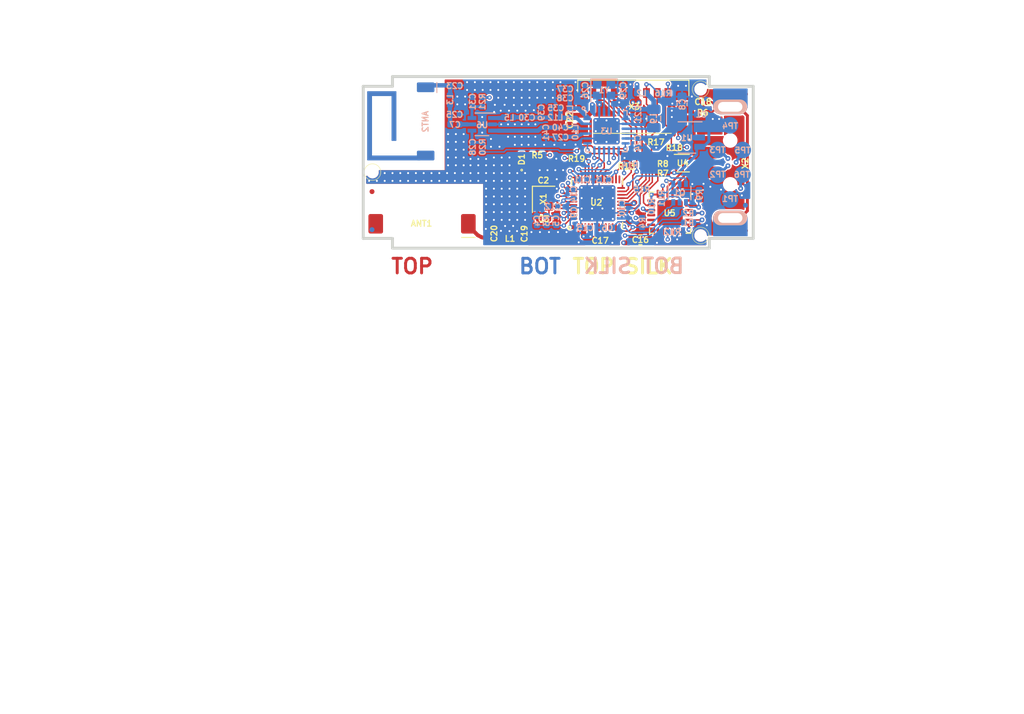
<source format=kicad_pcb>
(kicad_pcb (version 20171130) (host pcbnew "(5.1.2)-1")
  (title_block (title "Nitrokey LoRa") (date 2019-05-15) (rev R1) (company Nitrokey))
  (layers (0 F.Cu jumper) (1 In1.Cu signal) (2 In2.Cu signal) (31 B.Cu signal) (34 B.Paste user) (35 F.Paste user) (36 B.SilkS user) (37 F.SilkS user) (38 B.Mask user) (39 F.Mask user) (44 Edge.Cuts user))
  (net 0 "")
  (net 1 GND)
  (net 2 +5V)
  (net 3 "Net-(C2-Pad1)")
  (net 4 "Net-(C3-Pad1)")
  (net 5 "Net-(C4-Pad2)")
  (net 6 "Net-(C5-Pad2)")
  (net 7 /EN)
  (net 8 +3V3)
  (net 9 "Net-(C18-Pad1)")
  (net 10 /RTS)
  (net 11 "Net-(Q1-Pad5)")
  (net 12 "Net-(Q1-Pad2)")
  (net 13 /DTR)
  (net 14 /TXD)
  (net 15 /RXD0)
  (net 16 /RXD)
  (net 17 /TXD0)
  (net 18 "Net-(D1-Pad2)")
  (net 19 "Net-(R7-Pad2)")
  (net 20 "Net-(R12-Pad1)")
  (net 21 "Net-(U2-Pad5)")
  (net 22 "Net-(U2-Pad6)")
  (net 23 "Net-(U2-Pad7)")
  (net 24 "Net-(U2-Pad8)")
  (net 25 "Net-(U2-Pad10)")
  (net 26 "Net-(U2-Pad11)")
  (net 27 "Net-(U2-Pad12)")
  (net 28 "Net-(U2-Pad13)")
  (net 29 "Net-(U2-Pad14)")
  (net 30 "Net-(U2-Pad15)")
  (net 31 "Net-(U2-Pad16)")
  (net 32 /LED)
  (net 33 "Net-(U2-Pad27)")
  (net 34 /SD_DETECT)
  (net 35 "Net-(U4-Pad1)")
  (net 36 /HD+)
  (net 37 /HD-)
  (net 38 "Net-(U5-Pad1)")
  (net 39 "Net-(U5-Pad10)")
  (net 40 "Net-(U5-Pad11)")
  (net 41 "Net-(U5-Pad12)")
  (net 42 "Net-(U5-Pad13)")
  (net 43 "Net-(U5-Pad14)")
  (net 44 "Net-(U5-Pad16)")
  (net 45 "Net-(U5-Pad18)")
  (net 46 "Net-(U5-Pad22)")
  (net 47 "Net-(U5-Pad24)")
  (net 48 "Net-(ANT2-Pad1)")
  (net 49 "Net-(C19-Pad1)")
  (net 50 "Net-(C26-Pad1)")
  (net 51 "Net-(C29-Pad1)")
  (net 52 "Net-(C30-Pad2)")
  (net 53 "Net-(C30-Pad1)")
  (net 54 "Net-(C31-Pad1)")
  (net 55 "Net-(C37-Pad1)")
  (net 56 /RF_RESET)
  (net 57 "Net-(C25-Pad1)")
  (net 58 "Net-(C28-Pad1)")
  (net 59 /SD_DAT1)
  (net 60 /SD_DAT0)
  (net 61 /SD_CLK)
  (net 62 /SD_CMD)
  (net 63 /SD_DAT3)
  (net 64 /SD_DAT2)
  (net 65 "Net-(U2-Pad28)")
  (net 66 "Net-(U2-Pad29)")
  (net 67 /RF_CS)
  (net 68 /RF_SCK)
  (net 69 /RF_MISO)
  (net 70 /RF_MOSI)
  (net 71 "Net-(U3-Pad6)")
  (net 72 "Net-(C21-Pad1)")
  (net 73 "Net-(C22-Pad1)")
  (net 74 "Net-(C27-Pad2)")
  (net 75 "Net-(C35-Pad2)")
  (net 76 "Net-(C40-Pad1)")
  (net 77 "Net-(C40-Pad2)")
  (net 78 "Net-(L5-Pad1)")
  (net 79 "Net-(L9-Pad1)")
  (net 80 /DIO2)
  (net 81 /ANT_SW)
  (net 82 /DIO1)
  (net 83 /RF_BUSY)
  (net 84 "Net-(ANT1-Pad1)")
  (net 85 "Net-(ANT1-Pad2)")
  (net 86 "Net-(ANT2-Pad2)")
  (net 87 "Net-(U1-Pad4)")
  (net 88 /GPIO_0)
  (net 89 "Net-(C7-Pad2)")
  (net 90 "Net-(U2-Pad25)")
  (net 91 "Net-(R11-Pad1)")
  (net 92 "Net-(U5-Pad17)")
  (module footprints:LED_0402_1005Metric (layer F.Cu) (at 116.25 90.9 90)
    (fp_text reference D1 (at 0 0 90) (layer F.SilkS) (effects (font (size 0.6 0.6) (thickness 0.13))))
    (fp_text value LED_0402)
    (pad 2 smd roundrect (at 0.45 0 90) (size 0.7 0.6) (layers F.Cu F.Paste F.Mask) (net 18 "Net-(D1-Pad2)"))
    (pad 1 smd roundrect (at -0.45 0 90) (size 0.7 0.6) (layers F.Cu F.Paste F.Mask) (net 32 /LED))
  )
  (module footprints:case_bottom (layer F.Cu) (at 141.5 91.2 270)
    (fp_text reference 3D_* hide)
    (fp_text value case_bottom)
    (pad "" np_thru_hole circle (at 1 40.55 270) (size 0.9 0.9) (drill 0.9) (layers *.Cu *.Mask) (clearance 0.2))
    (pad "" np_thru_hole circle (at 7.5 6.9 270) (size 0.9 0.9) (drill 0.9) (layers *.Cu *.Mask) (clearance 0.2))
    (pad "" np_thru_hole circle (at -7.5 6.9 270) (size 0.9 0.9) (drill 0.9) (layers *.Cu *.Mask) (clearance 0.2))
  )
  (module footprints:Ant_868MHz_0868AT43A0020E (layer B.Cu) (at 106.4 87 90)
    (fp_text reference ANT2 (at -0.02 -0.03 90) (layer B.SilkS) (effects (font (size 0.6 0.6) (thickness 0.13)) (justify mirror)))
    (fp_text value 0868AT43A0020E)
    (fp_poly (pts (xy -3.95 -0.6) (xy -3.95 -5.95) (xy 3.05 -5.95) (xy 3.05 -3.05) (xy -1.95 -3.05) (xy -1.95 -3.45) (xy 2.65 -3.45) (xy 2.65 -5.55) (xy -3.55 -5.55) (xy -3.55 -0.6)) (layer B.Cu) (width 0.1))
    (pad 1 smd roundrect (at 3.5 0 90) (size 1 1.8) (layers B.Cu B.Paste B.Mask) (roundrect_rratio 0.13) (net 48 "Net-(ANT2-Pad1)"))
    (pad 2 smd roundrect (at -3.5 0 90) (size 1 1.8) (layers B.Cu B.Paste B.Mask) (roundrect_rratio 0.13) (net 86 "Net-(ANT2-Pad2)"))
  )
  (module footprints:USB-A-PLUG (layer B.Cu) (at 145.85 90.8)
    (fp_text reference X2 (at -6.675 0.5 270) (layer F.SilkS) (effects (font (size 0.6 0.6) (thickness 0.13))))
    (fp_text value USB_Plug hide)
    (fp_poly (pts (xy -7.09942 -5.899) (xy -6.49942 -5.299) (xy -6.5 -7.1) (xy -9.9 -7.1) (xy -9.89942 -5.299) (xy -9.29942 -5.899)) (layer B.Cu) (width 0.15))
    (fp_poly (pts (xy -9.29942 6.70052) (xy -9.89942 6.10052) (xy -9.9 7.9) (xy -6.5 7.9) (xy -6.49942 6.10052) (xy -7.09942 6.70052)) (layer B.Cu) (width 0.15))
    (pad 5 thru_hole oval (at -8.21182 6.10616 180) (size 3.50012 1.50114) (drill oval 2.49936 1.00076) (layers *.Cu *.Mask B.SilkS) (net 9 "Net-(C18-Pad1)"))
    (pad 6 thru_hole oval (at -8.21182 -5.29336 180) (size 3.50012 1.50114) (drill oval 2.49936 1.00076) (layers *.Cu *.Mask B.SilkS) (net 9 "Net-(C18-Pad1)"))
    (pad 2 smd rect (at -10.6124 -0.59436 180) (size 1.99898 1.19888) (layers F.Cu F.Paste F.Mask) (net 37 /HD-))
    (pad 3 smd rect (at -10.6124 1.4224 180) (size 1.99898 1.19888) (layers F.Cu F.Paste F.Mask) (net 36 /HD+))
    (pad 1 smd rect (at -10.6124 -3.09372 180) (size 1.99898 1.19888) (layers F.Cu F.Paste F.Mask) (net 2 +5V))
    (pad 4 smd rect (at -10.6124 3.90652 180) (size 1.99898 1.19888) (layers F.Cu F.Paste F.Mask) (net 1 GND))
    (pad "" np_thru_hole circle (at -8.21182 -1.84404 180) (size 1.09982 1.09982) (drill 1.09982) (layers *.Cu *.Mask) (clearance 0.2))
    (pad "" np_thru_hole circle (at -8.21182 2.65684 180) (size 1.09982 1.09982) (drill 1.09982) (layers *.Cu *.Mask) (clearance 0.2))
  )
  (module footprints:Prog_Pad_Circular (layer B.Cu) (at 137.62 87.4)
    (fp_text reference TP4 (at 0.01 0.07 180) (layer B.SilkS) (effects (font (size 0.6 0.6) (thickness 0.13)) (justify mirror)))
    (fp_text value debug-pin)
    (pad 1 smd circle (at 0 0) (size 1.7 1.7) (layers B.Cu B.Mask) (net 2 +5V))
  )
  (module footprints:Prog_Pad_Circular (layer B.Cu) (at 137.62 95.01)
    (fp_text reference TP1 (at 0 -0.07) (layer B.SilkS) (effects (font (size 0.6 0.6) (thickness 0.13)) (justify mirror)))
    (fp_text value debug-pin)
    (pad 1 smd circle (at 0 0) (size 1.7 1.7) (layers B.Cu B.Mask) (net 1 GND))
  )
  (module footprints:Prog_Pad_Circular (layer B.Cu) (at 138.9 92.45)
    (fp_text reference TP6 (at -0.06 0.01 180) (layer B.SilkS) (effects (font (size 0.6 0.6) (thickness 0.13)) (justify mirror)))
    (fp_text value debug-pin)
    (pad 1 smd circle (at 0 0) (size 1.7 1.7) (layers B.Cu B.Mask) (net 16 /RXD))
  )
  (module footprints:Prog_Pad_Circular (layer B.Cu) (at 138.92 89.93)
    (fp_text reference TP5 (at -0.01 0.04 180) (layer B.SilkS) (effects (font (size 0.6 0.6) (thickness 0.13)) (justify mirror)))
    (fp_text value debug-pin)
    (pad 1 smd circle (at 0 0) (size 1.7 1.7) (layers B.Cu B.Mask) (net 14 /TXD))
  )
  (module footprints:Prog_Pad_Circular (layer B.Cu) (at 136.36 92.47)
    (fp_text reference TP2 (at -0.01 -0.03) (layer B.SilkS) (effects (font (size 0.6 0.6) (thickness 0.13)) (justify mirror)))
    (fp_text value debug-pin)
    (pad 1 smd circle (at 0 0) (size 1.7 1.7) (layers B.Cu B.Mask) (net 36 /HD+))
  )
  (module footprints:Prog_Pad_Circular (layer B.Cu) (at 136.35 89.93)
    (fp_text reference TP3 (at -0.01 0) (layer B.SilkS) (effects (font (size 0.6 0.6) (thickness 0.13)) (justify mirror)))
    (fp_text value debug-pin)
    (pad 1 smd circle (at 0 0) (size 1.7 1.7) (layers B.Cu B.Mask) (net 37 /HD-))
  )
  (module footprints:47571-0001 (layer F.Cu) (at 127.7 85.5)
    (fp_text reference X3 (at 0.1 -0.025) (layer F.SilkS) (effects (font (size 0.6 0.6) (thickness 0.13))))
    (fp_text value Micro_SD_Card_Molex_475710001 hide)
    (pad 13 smd rect (at 5.2 2.375 90) (size 0.9 1.4) (layers F.Cu F.Paste F.Mask) (net 34 /SD_DETECT))
    (pad 12 smd rect (at 5.4 1.225 90) (size 0.7 1) (layers F.Cu F.Paste F.Mask) (net 1 GND))
    (pad 11 smd rect (at 5.175 0.075 90) (size 1.2 1.45) (layers F.Cu F.Paste F.Mask) (net 1 GND))
    (pad 10 smd rect (at -5.225 2.225) (size 1.15 1.2) (layers F.Cu F.Paste F.Mask) (net 1 GND))
    (pad 9 smd rect (at -5.225 -0.365) (size 1.15 1.2) (layers F.Cu F.Paste F.Mask) (net 1 GND))
    (pad 1 smd rect (at 3.55 -1.415) (size 0.7 1) (layers F.Cu F.Paste F.Mask) (net 64 /SD_DAT2))
    (pad 2 smd rect (at 2.45 -1.415) (size 0.7 1) (layers F.Cu F.Paste F.Mask) (net 63 /SD_DAT3))
    (pad 3 smd rect (at 1.35 -1.415) (size 0.7 1) (layers F.Cu F.Paste F.Mask) (net 62 /SD_CMD))
    (pad 4 smd rect (at 0.25 -1.415) (size 0.7 1) (layers F.Cu F.Paste F.Mask) (net 8 +3V3))
    (pad 5 smd rect (at -0.85 -1.415) (size 0.7 1) (layers F.Cu F.Paste F.Mask) (net 61 /SD_CLK))
    (pad 6 smd rect (at -1.95 -1.415) (size 0.7 1) (layers F.Cu F.Paste F.Mask) (net 1 GND))
    (pad 7 smd rect (at -3.05 -1.415) (size 0.7 1) (layers F.Cu F.Paste F.Mask) (net 60 /SD_DAT0))
    (pad 8 smd rect (at -4.15 -1.415) (size 0.7 1) (layers F.Cu F.Paste F.Mask) (net 59 /SD_DAT1))
  )
  (module Fiducial:Fiducial_0.5mm_Dia_1mm_Outer (layer F.Cu) (at 139.2 84.2)
    (fp_text reference FID3 hide)
    (fp_text value Fiducial_0.5mm_Dia_1mm_Outer hide)
    (pad ~ smd circle (at 0 0) (size 0.5 0.5) (layers F.Cu F.Mask) (clearance 0.25))
  )
  (module Fiducial:Fiducial_0.5mm_Dia_1mm_Outer (layer B.Cu) (at 100.9 98.1)
    (fp_text reference FID3 hide)
    (fp_text value Fiducial_0.5mm_Dia_1mm_Outer hide)
    (pad ~ smd circle (at 0 0) (size 0.5 0.5) (layers B.Cu B.Mask) (clearance 0.25))
  )
  (module Fiducial:Fiducial_0.5mm_Dia_1mm_Outer (layer F.Cu) (at 139.2 98.2)
    (fp_text reference FID3 hide)
    (fp_text value Fiducial_0.5mm_Dia_1mm_Outer hide)
    (pad ~ smd circle (at 0 0) (size 0.5 0.5) (layers F.Cu F.Mask) (clearance 0.25))
  )
  (module Fiducial:Fiducial_0.5mm_Dia_1mm_Outer (layer F.Cu) (at 100.9 94.2)
    (fp_text reference FID3 hide)
    (fp_text value Fiducial_0.5mm_Dia_1mm_Outer hide)
    (pad ~ smd circle (at 0 0) (size 0.5 0.5) (layers F.Cu F.Mask) (clearance 0.25))
  )
  (module Fiducial:Fiducial_0.5mm_Dia_1mm_Outer (layer B.Cu) (at 139.2 95.6)
    (fp_text reference FID3 hide)
    (fp_text value Fiducial_0.5mm_Dia_1mm_Outer hide)
    (pad ~ smd circle (at 0 0) (size 0.5 0.5) (layers B.Cu B.Mask) (clearance 0.25))
  )
  (module footprints:Fiducial_0.5mm_Dia_1mm_Outer (layer B.Cu) (at 135.2 84.7)
    (fp_text reference FID3 hide)
    (fp_text value Fiducial_0.5mm_Dia_1mm_Outer hide)
    (pad ~ smd circle (at 0 0) (size 0.5 0.5) (layers B.Cu B.Mask) (clearance 0.25))
  )
  (module footprints:SC-70-6 (layer B.Cu) (at 112.2 87.3 180)
    (fp_text reference U6 (at 0 -0.07 180) (layer B.SilkS) (effects (font (size 0.6 0.6) (thickness 0.13)) (justify mirror)))
    (fp_text value RF-Switch_pSemi_4259-63)
    (pad 2 smd rect (at -1.05 0 270) (size 0.4 0.9) (layers B.Cu B.Paste B.Mask) (net 1 GND))
    (pad 1 smd rect (at -1.05 0.65 270) (size 0.4 0.9) (layers B.Cu B.Paste B.Mask) (net 78 "Net-(L5-Pad1)"))
    (pad 3 smd rect (at -1.05 -0.65 270) (size 0.4 0.9) (layers B.Cu B.Paste B.Mask) (net 76 "Net-(C40-Pad1)"))
    (pad 5 smd rect (at 1.05 0 270) (size 0.4 0.9) (layers B.Cu B.Paste B.Mask) (net 89 "Net-(C7-Pad2)"))
    (pad 6 smd rect (at 1.05 0.65 270) (size 0.4 0.9) (layers B.Cu B.Paste B.Mask) (net 54 "Net-(C31-Pad1)"))
    (pad 4 smd rect (at 1.05 -0.65 270) (size 0.4 0.9) (layers B.Cu B.Paste B.Mask) (net 58 "Net-(C28-Pad1)"))
  )
  (module footprints:SOT-23-5 (layer B.Cu) (at 133.2 88.65 180)
    (fp_text reference U1 (at 0.01 -0.05 180) (layer B.SilkS) (effects (font (size 0.6 0.6) (thickness 0.13)) (justify mirror)))
    (fp_text value TLV75733PDBVR)
    (pad 5 smd rect (at 1.3 0.95 180) (size 1.1 0.6) (layers B.Cu B.Paste B.Mask) (net 8 +3V3))
    (pad 4 smd rect (at 1.3 -0.95 180) (size 1.1 0.6) (layers B.Cu B.Paste B.Mask) (net 87 "Net-(U1-Pad4)"))
    (pad 3 smd rect (at -1.3 -0.95 180) (size 1.1 0.6) (layers B.Cu B.Paste B.Mask) (net 2 +5V))
    (pad 2 smd rect (at -1.3 0 180) (size 1.1 0.6) (layers B.Cu B.Paste B.Mask) (net 1 GND))
    (pad 1 smd rect (at -1.3 0.95 180) (size 1.1 0.6) (layers B.Cu B.Paste B.Mask) (net 2 +5V))
  )
  (module footprints:QFN-24-1EP_4x4mm_P0.5mm_EP2.7x2.7mm_ThermalVias (layer B.Cu) (at 124.95 88 270)
    (fp_text reference U3 (at 0 -0.01 180) (layer B.SilkS) (effects (font (size 0.6 0.6) (thickness 0.13)) (justify mirror)))
    (fp_text value SX1261IMLTRT)
    (pad 24 smd roundrect (at -1.25 1.9625 270) (size 0.25 0.825) (layers B.Cu B.Paste B.Mask) (net 55 "Net-(C37-Pad1)"))
    (pad 23 smd roundrect (at -0.75 1.9625 270) (size 0.25 0.825) (layers B.Cu B.Paste B.Mask) (net 75 "Net-(C35-Pad2)"))
    (pad 22 smd roundrect (at -0.25 1.9625 270) (size 0.25 0.825) (layers B.Cu B.Paste B.Mask) (net 77 "Net-(C40-Pad2)"))
    (pad 21 smd roundrect (at 0.25 1.9625 270) (size 0.25 0.825) (layers B.Cu B.Paste B.Mask) (net 74 "Net-(C27-Pad2)"))
    (pad 20 smd roundrect (at 0.75 1.9625 270) (size 0.25 0.825) (layers B.Cu B.Paste B.Mask) (net 1 GND))
    (pad 19 smd roundrect (at 1.25 1.9625 270) (size 0.25 0.825) (layers B.Cu B.Paste B.Mask) (net 67 /RF_CS))
    (pad 18 smd roundrect (at 1.9625 1.25 270) (size 0.825 0.25) (layers B.Cu B.Paste B.Mask) (net 68 /RF_SCK))
    (pad 17 smd roundrect (at 1.9625 0.75 270) (size 0.825 0.25) (layers B.Cu B.Paste B.Mask) (net 70 /RF_MOSI))
    (pad 16 smd roundrect (at 1.9625 0.25 270) (size 0.825 0.25) (layers B.Cu B.Paste B.Mask) (net 69 /RF_MISO))
    (pad 15 smd roundrect (at 1.9625 -0.25 270) (size 0.825 0.25) (layers B.Cu B.Paste B.Mask) (net 56 /RF_RESET))
    (pad 14 smd roundrect (at 1.9625 -0.75 270) (size 0.825 0.25) (layers B.Cu B.Paste B.Mask) (net 83 /RF_BUSY))
    (pad 13 smd roundrect (at 1.9625 -1.25 270) (size 0.825 0.25) (layers B.Cu B.Paste B.Mask) (net 82 /DIO1))
    (pad 12 smd roundrect (at 1.25 -1.9625 270) (size 0.25 0.825) (layers B.Cu B.Paste B.Mask) (net 80 /DIO2))
    (pad 11 smd roundrect (at 0.75 -1.9625 270) (size 0.25 0.825) (layers B.Cu B.Paste B.Mask) (net 8 +3V3))
    (pad 10 smd roundrect (at 0.25 -1.9625 270) (size 0.25 0.825) (layers B.Cu B.Paste B.Mask) (net 8 +3V3))
    (pad 9 smd roundrect (at -0.25 -1.9625 270) (size 0.25 0.825) (layers B.Cu B.Paste B.Mask) (net 79 "Net-(L9-Pad1)"))
    (pad 8 smd roundrect (at -0.75 -1.9625 270) (size 0.25 0.825) (layers B.Cu B.Paste B.Mask) (net 1 GND))
    (pad 7 smd roundrect (at -1.25 -1.9625 270) (size 0.25 0.825) (layers B.Cu B.Paste B.Mask) (net 72 "Net-(C21-Pad1)"))
    (pad 6 smd roundrect (at -1.9625 -1.25 270) (size 0.825 0.25) (layers B.Cu B.Paste B.Mask) (net 71 "Net-(U3-Pad6)"))
    (pad 5 smd roundrect (at -1.9625 -0.75 270) (size 0.825 0.25) (layers B.Cu B.Paste B.Mask) (net 1 GND))
    (pad 4 smd roundrect (at -1.9625 -0.25 270) (size 0.825 0.25) (layers B.Cu B.Paste B.Mask) (net 51 "Net-(C29-Pad1)"))
    (pad 3 smd roundrect (at -1.9625 0.25 270) (size 0.825 0.25) (layers B.Cu B.Paste B.Mask) (net 50 "Net-(C26-Pad1)"))
    (pad 2 smd roundrect (at -1.9625 0.75 270) (size 0.825 0.25) (layers B.Cu B.Paste B.Mask) (net 1 GND))
    (pad 1 smd roundrect (at -1.9625 1.25 270) (size 0.825 0.25) (layers B.Cu B.Paste B.Mask) (net 73 "Net-(C22-Pad1)"))
    (pad 25 smd roundrect (at 0 0 270) (size 2.7 2.7) (layers F.Cu) (roundrect_rratio 0.09259299999999999) (net 1 GND))
    (pad 25 thru_hole circle (at 1.1 -1.1 270) (size 0.5 0.5) (drill 0.2) (layers *.Cu) (net 1 GND))
    (pad 25 thru_hole circle (at 0 -1.1 270) (size 0.5 0.5) (drill 0.2) (layers *.Cu) (net 1 GND))
    (pad 25 thru_hole circle (at -1.1 -1.1 270) (size 0.5 0.5) (drill 0.2) (layers *.Cu) (net 1 GND))
    (pad 25 thru_hole circle (at 1.1 0 270) (size 0.5 0.5) (drill 0.2) (layers *.Cu) (net 1 GND))
    (pad 25 thru_hole circle (at 0 0 270) (size 0.5 0.5) (drill 0.2) (layers *.Cu) (net 1 GND))
    (pad 25 thru_hole circle (at -1.1 0 270) (size 0.5 0.5) (drill 0.2) (layers *.Cu) (net 1 GND))
    (pad 25 thru_hole circle (at 1.1 1.1 270) (size 0.5 0.5) (drill 0.2) (layers *.Cu) (net 1 GND))
    (pad 25 thru_hole circle (at 0 1.1 270) (size 0.5 0.5) (drill 0.2) (layers *.Cu) (net 1 GND))
    (pad 25 thru_hole circle (at -1.1 1.1 270) (size 0.5 0.5) (drill 0.2) (layers *.Cu) (net 1 GND))
    (pad 25 smd roundrect (at 0 0 270) (size 2.7 2.7) (layers B.Cu B.Mask) (roundrect_rratio 0.09259299999999999) (net 1 GND))
  )
  (module Package_TO_SOT_SMD:SOT-363_SC-70-6 (layer B.Cu) (at 132.45 94.35 270)
    (fp_text reference Q1 (at -0.01 0.01) (layer B.SilkS) (effects (font (size 0.6 0.6) (thickness 0.13)) (justify mirror)))
    (fp_text value MBT3904DW1T1G)
    (pad 6 smd rect (at 0.95 0.65 270) (size 0.65 0.4) (layers B.Cu B.Paste B.Mask) (net 7 /EN))
    (pad 4 smd rect (at 0.95 -0.65 270) (size 0.65 0.4) (layers B.Cu B.Paste B.Mask) (net 13 /DTR))
    (pad 2 smd rect (at -0.95 0 270) (size 0.65 0.4) (layers B.Cu B.Paste B.Mask) (net 12 "Net-(Q1-Pad2)"))
    (pad 5 smd rect (at 0.95 0 270) (size 0.65 0.4) (layers B.Cu B.Paste B.Mask) (net 11 "Net-(Q1-Pad5)"))
    (pad 3 smd rect (at -0.95 -0.65 270) (size 0.65 0.4) (layers B.Cu B.Paste B.Mask) (net 88 /GPIO_0))
    (pad 1 smd rect (at -0.95 0.65 270) (size 0.65 0.4) (layers B.Cu B.Paste B.Mask) (net 10 /RTS))
  )
  (module footprints:QFN-48-1EP_5x5mm_P0.35mm_EP3.7x3.7mm_ThermalVias (layer F.Cu) (at 124 95.4 90)
    (fp_text reference U2 (at 0.075 -0.1) (layer F.SilkS) (effects (font (size 0.6 0.6) (thickness 0.13))))
    (fp_text value ESP32-D0WD)
    (pad 49 smd roundrect (at 0 0 90) (size 3.7 3.7) (layers F.Cu F.Mask) (roundrect_rratio 0.067568) (net 1 GND))
    (pad 49 thru_hole circle (at -1.6 -1.6 90) (size 0.5 0.5) (drill 0.2) (layers *.Cu) (net 1 GND))
    (pad 49 thru_hole circle (at -0.533333 -1.6 90) (size 0.5 0.5) (drill 0.2) (layers *.Cu) (net 1 GND))
    (pad 49 thru_hole circle (at 0.533333 -1.6 90) (size 0.5 0.5) (drill 0.2) (layers *.Cu) (net 1 GND))
    (pad 49 thru_hole circle (at 1.6 -1.6 90) (size 0.5 0.5) (drill 0.2) (layers *.Cu) (net 1 GND))
    (pad 49 thru_hole circle (at -1.6 -0.533333 90) (size 0.5 0.5) (drill 0.2) (layers *.Cu) (net 1 GND))
    (pad 49 thru_hole circle (at -0.533333 -0.533333 90) (size 0.5 0.5) (drill 0.2) (layers *.Cu) (net 1 GND))
    (pad 49 thru_hole circle (at 0.533333 -0.533333 90) (size 0.5 0.5) (drill 0.2) (layers *.Cu) (net 1 GND))
    (pad 49 thru_hole circle (at 1.6 -0.533333 90) (size 0.5 0.5) (drill 0.2) (layers *.Cu) (net 1 GND))
    (pad 49 thru_hole circle (at -1.6 0.533333 90) (size 0.5 0.5) (drill 0.2) (layers *.Cu) (net 1 GND))
    (pad 49 thru_hole circle (at -0.533333 0.533333 90) (size 0.5 0.5) (drill 0.2) (layers *.Cu) (net 1 GND))
    (pad 49 thru_hole circle (at 0.533333 0.533333 90) (size 0.5 0.5) (drill 0.2) (layers *.Cu) (net 1 GND))
    (pad 49 thru_hole circle (at 1.6 0.533333 90) (size 0.5 0.5) (drill 0.2) (layers *.Cu) (net 1 GND))
    (pad 49 thru_hole circle (at -1.6 1.6 90) (size 0.5 0.5) (drill 0.2) (layers *.Cu) (net 1 GND))
    (pad 49 thru_hole circle (at -0.533333 1.6 90) (size 0.5 0.5) (drill 0.2) (layers *.Cu) (net 1 GND))
    (pad 49 thru_hole circle (at 0.533333 1.6 90) (size 0.5 0.5) (drill 0.2) (layers *.Cu) (net 1 GND))
    (pad 49 thru_hole circle (at 1.6 1.6 90) (size 0.5 0.5) (drill 0.2) (layers *.Cu) (net 1 GND))
    (pad 49 smd roundrect (at 0 0 90) (size 3.7 3.7) (layers B.Cu) (roundrect_rratio 0.067568) (net 1 GND))
    (pad 1 smd roundrect (at -2.45 -2.275 90) (size 0.8 0.18) (layers F.Cu F.Paste F.Mask) (net 8 +3V3))
    (pad 2 smd roundrect (at -2.45 -1.925 90) (size 0.8 0.18) (layers F.Cu F.Paste F.Mask) (net 49 "Net-(C19-Pad1)"))
    (pad 3 smd roundrect (at -2.45 -1.575 90) (size 0.8 0.18) (layers F.Cu F.Paste F.Mask) (net 8 +3V3))
    (pad 4 smd roundrect (at -2.45 -1.225 90) (size 0.8 0.18) (layers F.Cu F.Paste F.Mask) (net 8 +3V3))
    (pad 5 smd roundrect (at -2.45 -0.875 90) (size 0.8 0.18) (layers F.Cu F.Paste F.Mask) (net 21 "Net-(U2-Pad5)"))
    (pad 6 smd roundrect (at -2.45 -0.525 90) (size 0.8 0.18) (layers F.Cu F.Paste F.Mask) (net 22 "Net-(U2-Pad6)"))
    (pad 7 smd roundrect (at -2.45 -0.175 90) (size 0.8 0.18) (layers F.Cu F.Paste F.Mask) (net 23 "Net-(U2-Pad7)"))
    (pad 8 smd roundrect (at -2.45 0.175 90) (size 0.8 0.18) (layers F.Cu F.Paste F.Mask) (net 24 "Net-(U2-Pad8)"))
    (pad 9 smd roundrect (at -2.45 0.525 90) (size 0.8 0.18) (layers F.Cu F.Paste F.Mask) (net 7 /EN))
    (pad 10 smd roundrect (at -2.45 0.875 90) (size 0.8 0.18) (layers F.Cu F.Paste F.Mask) (net 25 "Net-(U2-Pad10)"))
    (pad 11 smd roundrect (at -2.45 1.225 90) (size 0.8 0.18) (layers F.Cu F.Paste F.Mask) (net 26 "Net-(U2-Pad11)"))
    (pad 12 smd roundrect (at -2.45 1.575 90) (size 0.8 0.18) (layers F.Cu F.Paste F.Mask) (net 27 "Net-(U2-Pad12)"))
    (pad 13 smd roundrect (at -2.45 1.925 90) (size 0.8 0.18) (layers F.Cu F.Paste F.Mask) (net 28 "Net-(U2-Pad13)"))
    (pad 14 smd roundrect (at -2.45 2.275 90) (size 0.8 0.18) (layers F.Cu F.Paste F.Mask) (net 29 "Net-(U2-Pad14)"))
    (pad 15 smd roundrect (at -1.575 2.45 90) (size 0.18 0.8) (layers F.Cu F.Paste F.Mask) (net 30 "Net-(U2-Pad15)"))
    (pad 16 smd roundrect (at -1.225 2.45 90) (size 0.18 0.8) (layers F.Cu F.Paste F.Mask) (net 31 "Net-(U2-Pad16)"))
    (pad 17 smd roundrect (at -0.875 2.45 90) (size 0.18 0.8) (layers F.Cu F.Paste F.Mask) (net 61 /SD_CLK))
    (pad 18 smd roundrect (at -0.525 2.45 90) (size 0.18 0.8) (layers F.Cu F.Paste F.Mask) (net 64 /SD_DAT2))
    (pad 19 smd roundrect (at -0.175 2.45 90) (size 0.18 0.8) (layers F.Cu F.Paste F.Mask) (net 8 +3V3))
    (pad 20 smd roundrect (at 0.175 2.45 90) (size 0.18 0.8) (layers F.Cu F.Paste F.Mask) (net 63 /SD_DAT3))
    (pad 21 smd roundrect (at 0.525 2.45 90) (size 0.18 0.8) (layers F.Cu F.Paste F.Mask) (net 62 /SD_CMD))
    (pad 22 smd roundrect (at 0.875 2.45 90) (size 0.18 0.8) (layers F.Cu F.Paste F.Mask) (net 60 /SD_DAT0))
    (pad 23 smd roundrect (at 1.225 2.45 90) (size 0.18 0.8) (layers F.Cu F.Paste F.Mask) (net 88 /GPIO_0))
    (pad 24 smd roundrect (at 1.575 2.45 90) (size 0.18 0.8) (layers F.Cu F.Paste F.Mask) (net 59 /SD_DAT1))
    (pad 25 smd roundrect (at 2.45 2.275 90) (size 0.8 0.18) (layers F.Cu F.Paste F.Mask) (net 90 "Net-(U2-Pad25)"))
    (pad 26 smd roundrect (at 2.45 1.925 90) (size 0.8 0.18) (layers F.Cu F.Paste F.Mask) (net 8 +3V3))
    (pad 27 smd roundrect (at 2.45 1.575 90) (size 0.8 0.18) (layers F.Cu F.Paste F.Mask) (net 33 "Net-(U2-Pad27)"))
    (pad 28 smd roundrect (at 2.45 1.225 90) (size 0.8 0.18) (layers F.Cu F.Paste F.Mask) (net 65 "Net-(U2-Pad28)"))
    (pad 29 smd roundrect (at 2.45 0.875 90) (size 0.8 0.18) (layers F.Cu F.Paste F.Mask) (net 66 "Net-(U2-Pad29)"))
    (pad 30 smd roundrect (at 2.45 0.525 90) (size 0.8 0.18) (layers F.Cu F.Paste F.Mask) (net 67 /RF_CS))
    (pad 31 smd roundrect (at 2.45 0.175 90) (size 0.8 0.18) (layers F.Cu F.Paste F.Mask) (net 68 /RF_SCK))
    (pad 32 smd roundrect (at 2.45 -0.175 90) (size 0.8 0.18) (layers F.Cu F.Paste F.Mask) (net 69 /RF_MISO))
    (pad 33 smd roundrect (at 2.45 -0.525 90) (size 0.8 0.18) (layers F.Cu F.Paste F.Mask) (net 70 /RF_MOSI))
    (pad 34 smd roundrect (at 2.45 -0.875 90) (size 0.8 0.18) (layers F.Cu F.Paste F.Mask) (net 34 /SD_DETECT))
    (pad 35 smd roundrect (at 2.45 -1.225 90) (size 0.8 0.18) (layers F.Cu F.Paste F.Mask) (net 32 /LED))
    (pad 36 smd roundrect (at 2.45 -1.575 90) (size 0.8 0.18) (layers F.Cu F.Paste F.Mask) (net 82 /DIO1))
    (pad 37 smd roundrect (at 2.45 -1.925 90) (size 0.8 0.18) (layers F.Cu F.Paste F.Mask) (net 8 +3V3))
    (pad 38 smd roundrect (at 2.45 -2.275 90) (size 0.8 0.18) (layers F.Cu F.Paste F.Mask) (net 56 /RF_RESET))
    (pad 39 smd roundrect (at 1.575 -2.45 90) (size 0.18 0.8) (layers F.Cu F.Paste F.Mask) (net 83 /RF_BUSY))
    (pad 40 smd roundrect (at 1.225 -2.45 90) (size 0.18 0.8) (layers F.Cu F.Paste F.Mask) (net 15 /RXD0))
    (pad 41 smd roundrect (at 0.875 -2.45 90) (size 0.18 0.8) (layers F.Cu F.Paste F.Mask) (net 17 /TXD0))
    (pad 42 smd roundrect (at 0.525 -2.45 90) (size 0.18 0.8) (layers F.Cu F.Paste F.Mask) (net 81 /ANT_SW))
    (pad 43 smd roundrect (at 0.175 -2.45 90) (size 0.18 0.8) (layers F.Cu F.Paste F.Mask) (net 8 +3V3))
    (pad 44 smd roundrect (at -0.175 -2.45 90) (size 0.18 0.8) (layers F.Cu F.Paste F.Mask) (net 3 "Net-(C2-Pad1)"))
    (pad 45 smd roundrect (at -0.525 -2.45 90) (size 0.18 0.8) (layers F.Cu F.Paste F.Mask) (net 4 "Net-(C3-Pad1)"))
    (pad 46 smd roundrect (at -0.875 -2.45 90) (size 0.18 0.8) (layers F.Cu F.Paste F.Mask) (net 8 +3V3))
    (pad 47 smd roundrect (at -1.225 -2.45 90) (size 0.18 0.8) (layers F.Cu F.Paste F.Mask) (net 6 "Net-(C5-Pad2)"))
    (pad 48 smd roundrect (at -1.575 -2.45 90) (size 0.18 0.8) (layers F.Cu F.Paste F.Mask) (net 5 "Net-(C4-Pad2)"))
  )
  (module footprints:9520_WiFiChipAntenna (layer F.Cu) (at 106.03 97.5 180)
    (fp_text reference ANT1 (at 0.055 0.025 180) (layer F.SilkS) (effects (font (size 0.6 0.6) (thickness 0.13))))
    (fp_text value 2450AT45A100E)
    (pad 2 smd roundrect (at 4.75 0 180) (size 1.5 2) (layers F.Cu F.Paste F.Mask) (roundrect_rratio 0.13) (net 85 "Net-(ANT1-Pad2)"))
    (pad 1 smd roundrect (at -4.75 0 180) (size 1.5 2) (layers F.Cu F.Paste F.Mask) (roundrect_rratio 0.13) (net 84 "Net-(ANT1-Pad1)"))
  )
  (module Crystal:Crystal_SMD_2016-4Pin_2.0x1.6mm (layer B.Cu) (at 124.7 83.8)
    (fp_text reference Y1 (at 0 -0.01) (layer B.SilkS) (effects (font (size 0.6 0.6) (thickness 0.13)) (justify mirror)))
    (fp_text value "FTR5092-A2 32MHz")
    (pad 1 smd rect (at -0.7 -0.55) (size 0.9 0.8) (layers B.Cu B.Paste B.Mask) (net 50 "Net-(C26-Pad1)"))
    (pad 2 smd rect (at 0.7 -0.55) (size 0.9 0.8) (layers B.Cu B.Paste B.Mask) (net 1 GND))
    (pad 3 smd rect (at 0.7 0.55) (size 0.9 0.8) (layers B.Cu B.Paste B.Mask) (net 51 "Net-(C29-Pad1)"))
    (pad 4 smd rect (at -0.7 0.55) (size 0.9 0.8) (layers B.Cu B.Paste B.Mask) (net 1 GND))
  )
  (module Capacitor_SMD:C_0402_1005Metric (layer B.Cu) (at 134.7 86.3 180)
    (fp_text reference C1 (at 0.01 0.01 180) (layer B.SilkS) (effects (font (size 0.6 0.6) (thickness 0.13)) (justify mirror)))
    (fp_text value 1uF)
    (pad 1 smd roundrect (at -0.485 0 180) (size 0.59 0.64) (layers B.Cu B.Paste B.Mask) (net 2 +5V))
    (pad 2 smd roundrect (at 0.485 0 180) (size 0.59 0.64) (layers B.Cu B.Paste B.Mask) (net 1 GND))
  )
  (module Capacitor_SMD:C_0402_1005Metric (layer F.Cu) (at 118.5 93.05)
    (fp_text reference C2 (at -0.025 0) (layer F.SilkS) (effects (font (size 0.6 0.6) (thickness 0.13))))
    (fp_text value "22pF/6.3V(10%)")
    (pad 1 smd roundrect (at -0.485 0) (size 0.59 0.64) (layers F.Cu F.Paste F.Mask) (net 3 "Net-(C2-Pad1)"))
    (pad 2 smd roundrect (at 0.485 0) (size 0.59 0.64) (layers F.Cu F.Paste F.Mask) (net 1 GND))
  )
  (module Capacitor_SMD:C_0402_1005Metric (layer F.Cu) (at 118.5 96.95 180)
    (fp_text reference C3 (at 0 -0.05 180) (layer F.SilkS) (effects (font (size 0.6 0.6) (thickness 0.13))))
    (fp_text value "22pF/6.3V(10%)")
    (pad 2 smd roundrect (at 0.485 0 180) (size 0.59 0.64) (layers F.Cu F.Paste F.Mask) (net 1 GND))
    (pad 1 smd roundrect (at -0.485 0 180) (size 0.59 0.64) (layers F.Cu F.Paste F.Mask) (net 4 "Net-(C3-Pad1)"))
  )
  (module Capacitor_SMD:C_0402_1005Metric (layer B.Cu) (at 117.8 97.175 270)
    (fp_text reference C4 (at 0.015 -0.02 270) (layer B.SilkS) (effects (font (size 0.6 0.6) (thickness 0.13)) (justify mirror)))
    (fp_text value 10nF)
    (pad 2 smd roundrect (at 0.485 0 270) (size 0.59 0.64) (layers B.Cu B.Paste B.Mask) (net 5 "Net-(C4-Pad2)"))
    (pad 1 smd roundrect (at -0.485 0 270) (size 0.59 0.64) (layers B.Cu B.Paste B.Mask) (net 1 GND))
  )
  (module Capacitor_SMD:C_0402_1005Metric (layer B.Cu) (at 119.8 97.175 90)
    (fp_text reference C5 (at -0.015 -0.02 90) (layer B.SilkS) (effects (font (size 0.6 0.6) (thickness 0.13)) (justify mirror)))
    (fp_text value 3,3nF)
    (pad 1 smd roundrect (at -0.485 0 90) (size 0.59 0.64) (layers B.Cu B.Paste B.Mask) (net 5 "Net-(C4-Pad2)"))
    (pad 2 smd roundrect (at 0.485 0 90) (size 0.59 0.64) (layers B.Cu B.Paste B.Mask) (net 6 "Net-(C5-Pad2)"))
  )
  (module Capacitor_SMD:C_0402_1005Metric (layer B.Cu) (at 125.05 97.9 180)
    (fp_text reference C6 (at 0.01 -0.01 180) (layer B.SilkS) (effects (font (size 0.6 0.6) (thickness 0.13)) (justify mirror)))
    (fp_text value 0.1uF)
    (pad 2 smd roundrect (at 0.485 0 180) (size 0.59 0.64) (layers B.Cu B.Paste B.Mask) (net 1 GND))
    (pad 1 smd roundrect (at -0.485 0 180) (size 0.59 0.64) (layers B.Cu B.Paste B.Mask) (net 7 /EN))
  )
  (module Capacitor_SMD:C_0402_1005Metric (layer B.Cu) (at 109.4 87.3)
    (fp_text reference C7 (at 0.01 0.04) (layer B.SilkS) (effects (font (size 0.6 0.6) (thickness 0.13)) (justify mirror)))
    (fp_text value 22pF)
    (pad 2 smd roundrect (at 0.485 0) (size 0.59 0.64) (layers B.Cu B.Paste B.Mask) (net 89 "Net-(C7-Pad2)"))
    (pad 1 smd roundrect (at -0.485 0) (size 0.59 0.64) (layers B.Cu B.Paste B.Mask) (net 57 "Net-(C25-Pad1)"))
  )
  (module Capacitor_SMD:C_0402_1005Metric (layer B.Cu) (at 121.575 96.35 90)
    (fp_text reference C9 (at 0.03 0.045 90) (layer B.SilkS) (effects (font (size 0.6 0.6) (thickness 0.13)) (justify mirror)))
    (fp_text value 0.1uF)
    (pad 1 smd roundrect (at -0.485 0 90) (size 0.59 0.64) (layers B.Cu B.Paste B.Mask) (net 8 +3V3))
    (pad 2 smd roundrect (at 0.485 0 90) (size 0.59 0.64) (layers B.Cu B.Paste B.Mask) (net 1 GND))
  )
  (module Capacitor_SMD:C_0402_1005Metric (layer B.Cu) (at 126.525 95.9 270)
    (fp_text reference C10 (at -0.03 -0.015 270) (layer B.SilkS) (effects (font (size 0.6 0.6) (thickness 0.13)) (justify mirror)))
    (fp_text value 0.1uF)
    (pad 2 smd roundrect (at 0.485 0 270) (size 0.59 0.64) (layers B.Cu B.Paste B.Mask) (net 1 GND))
    (pad 1 smd roundrect (at -0.485 0 270) (size 0.59 0.64) (layers B.Cu B.Paste B.Mask) (net 8 +3V3))
  )
  (module Capacitor_SMD:C_0402_1005Metric (layer B.Cu) (at 122.5 92.95)
    (fp_text reference C11 (at -0.03 0.01) (layer B.SilkS) (effects (font (size 0.6 0.6) (thickness 0.13)) (justify mirror)))
    (fp_text value 0.1uF)
    (pad 1 smd roundrect (at -0.485 0) (size 0.59 0.64) (layers B.Cu B.Paste B.Mask) (net 8 +3V3))
    (pad 2 smd roundrect (at 0.485 0) (size 0.59 0.64) (layers B.Cu B.Paste B.Mask) (net 1 GND))
  )
  (module Capacitor_SMD:C_0402_1005Metric (layer B.Cu) (at 119.5 95.7 180)
    (fp_text reference C12 (at 0.01 -0.04 180) (layer B.SilkS) (effects (font (size 0.6 0.6) (thickness 0.13)) (justify mirror)))
    (fp_text value 1uF)
    (pad 1 smd roundrect (at -0.485 0 180) (size 0.59 0.64) (layers B.Cu B.Paste B.Mask) (net 8 +3V3))
    (pad 2 smd roundrect (at 0.485 0 180) (size 0.59 0.64) (layers B.Cu B.Paste B.Mask) (net 1 GND))
  )
  (module Capacitor_SMD:C_0402_1005Metric (layer B.Cu) (at 124.675 92.95 180)
    (fp_text reference C13 (at -0.035 -0.04 180) (layer B.SilkS) (effects (font (size 0.6 0.6) (thickness 0.13)) (justify mirror)))
    (fp_text value 1uF)
    (pad 2 smd roundrect (at 0.485 0 180) (size 0.59 0.64) (layers B.Cu B.Paste B.Mask) (net 1 GND))
    (pad 1 smd roundrect (at -0.485 0 180) (size 0.59 0.64) (layers B.Cu B.Paste B.Mask) (net 8 +3V3))
  )
  (module Capacitor_SMD:C_0402_1005Metric (layer B.Cu) (at 121.575 94.45 90)
    (fp_text reference C14 (at -0.01 -0.005 90) (layer B.SilkS) (effects (font (size 0.6 0.6) (thickness 0.13)) (justify mirror)))
    (fp_text value 100pF)
    (pad 2 smd roundrect (at 0.485 0 90) (size 0.59 0.64) (layers B.Cu B.Paste B.Mask) (net 1 GND))
    (pad 1 smd roundrect (at -0.485 0 90) (size 0.59 0.64) (layers B.Cu B.Paste B.Mask) (net 8 +3V3))
  )
  (module Capacitor_SMD:C_0402_1005Metric (layer B.Cu) (at 122.8 97.9 180)
    (fp_text reference C15 (at 0.03 -0.02 180) (layer B.SilkS) (effects (font (size 0.6 0.6) (thickness 0.13)) (justify mirror)))
    (fp_text value 0.1uF)
    (pad 1 smd roundrect (at -0.485 0 180) (size 0.59 0.64) (layers B.Cu B.Paste B.Mask) (net 8 +3V3))
    (pad 2 smd roundrect (at 0.485 0 180) (size 0.59 0.64) (layers B.Cu B.Paste B.Mask) (net 1 GND))
  )
  (module Capacitor_SMD:C_0402_1005Metric (layer F.Cu) (at 124.3 99.2)
    (fp_text reference C17 (at 0 0.025) (layer F.SilkS) (effects (font (size 0.6 0.6) (thickness 0.13))))
    (fp_text value 1uF)
    (pad 2 smd roundrect (at 0.485 0) (size 0.59 0.64) (layers F.Cu F.Paste F.Mask) (net 1 GND))
    (pad 1 smd roundrect (at -0.485 0) (size 0.59 0.64) (layers F.Cu F.Paste F.Mask) (net 8 +3V3))
  )
  (module Capacitor_SMD:C_0402_1005Metric (layer F.Cu) (at 134.85 85 180)
    (fp_text reference C18 (at 0 0 180) (layer F.SilkS) (effects (font (size 0.6 0.6) (thickness 0.13))))
    (fp_text value 10n)
    (pad 1 smd roundrect (at -0.485 0 180) (size 0.59 0.64) (layers F.Cu F.Paste F.Mask) (net 9 "Net-(C18-Pad1)"))
    (pad 2 smd roundrect (at 0.485 0 180) (size 0.59 0.64) (layers F.Cu F.Paste F.Mask) (net 1 GND))
  )
  (module Resistor_SMD:R_0402_1005Metric (layer B.Cu) (at 133.37 96.39)
    (fp_text reference R1 (at -0.03 1.01) (layer B.SilkS) (effects (font (size 0.6 0.6) (thickness 0.13)) (justify mirror)))
    (fp_text value 1K)
    (pad 1 smd roundrect (at -0.485 0) (size 0.59 0.64) (layers B.Cu B.Paste B.Mask) (net 15 /RXD0))
    (pad 2 smd roundrect (at 0.485 0) (size 0.59 0.64) (layers B.Cu B.Paste B.Mask) (net 14 /TXD))
  )
  (module Resistor_SMD:R_0402_1005Metric (layer B.Cu) (at 133.37 97.38 180)
    (fp_text reference R2 (at 0.02 0.96 180) (layer B.SilkS) (effects (font (size 0.6 0.6) (thickness 0.13)) (justify mirror)))
    (fp_text value 1K)
    (pad 2 smd roundrect (at 0.485 0 180) (size 0.59 0.64) (layers B.Cu B.Paste B.Mask) (net 17 /TXD0))
    (pad 1 smd roundrect (at -0.485 0 180) (size 0.59 0.64) (layers B.Cu B.Paste B.Mask) (net 16 /RXD))
  )
  (module Resistor_SMD:R_0402_1005Metric (layer B.Cu) (at 118.8 97.175 90)
    (fp_text reference R3 (at -0.025 0 90) (layer B.SilkS) (effects (font (size 0.6 0.6) (thickness 0.13)) (justify mirror)))
    (fp_text value 20K)
    (pad 2 smd roundrect (at 0.485 0 90) (size 0.59 0.64) (layers B.Cu B.Paste B.Mask) (net 6 "Net-(C5-Pad2)"))
    (pad 1 smd roundrect (at -0.485 0 90) (size 0.59 0.64) (layers B.Cu B.Paste B.Mask) (net 5 "Net-(C4-Pad2)"))
  )
  (module Resistor_SMD:R_0402_1005Metric (layer B.Cu) (at 128.6 97.375 270)
    (fp_text reference R4 (at 0.015 -0.03 270) (layer B.SilkS) (effects (font (size 0.6 0.6) (thickness 0.13)) (justify mirror)))
    (fp_text value 10K)
    (pad 2 smd roundrect (at 0.485 0 270) (size 0.59 0.64) (layers B.Cu B.Paste B.Mask) (net 7 /EN))
    (pad 1 smd roundrect (at -0.485 0 270) (size 0.59 0.64) (layers B.Cu B.Paste B.Mask) (net 8 +3V3))
  )
  (module Resistor_SMD:R_0402_1005Metric (layer F.Cu) (at 117.85 90.45)
    (fp_text reference R5 (at 0 0.025) (layer F.SilkS) (effects (font (size 0.6 0.6) (thickness 0.13))))
    (fp_text value 390R)
    (pad 1 smd roundrect (at -0.485 0) (size 0.59 0.64) (layers F.Cu F.Paste F.Mask) (net 18 "Net-(D1-Pad2)"))
    (pad 2 smd roundrect (at 0.485 0) (size 0.59 0.64) (layers F.Cu F.Paste F.Mask) (net 8 +3V3))
  )
  (module Resistor_SMD:R_0402_1005Metric (layer F.Cu) (at 134.85 86.1 180)
    (fp_text reference R6 (at 0.025 0) (layer F.SilkS) (effects (font (size 0.6 0.6) (thickness 0.13))))
    (fp_text value 1M)
    (pad 1 smd roundrect (at -0.485 0 180) (size 0.59 0.64) (layers F.Cu F.Paste F.Mask) (net 9 "Net-(C18-Pad1)"))
    (pad 2 smd roundrect (at 0.485 0 180) (size 0.59 0.64) (layers F.Cu F.Paste F.Mask) (net 1 GND))
  )
  (module Resistor_SMD:R_0402_1005Metric (layer F.Cu) (at 130.7 92.3 180)
    (fp_text reference R7 (at -0.025 -0.025 180) (layer F.SilkS) (effects (font (size 0.6 0.6) (thickness 0.13))))
    (fp_text value 22.1K)
    (pad 1 smd roundrect (at -0.485 0 180) (size 0.59 0.64) (layers F.Cu F.Paste F.Mask) (net 2 +5V))
    (pad 2 smd roundrect (at 0.485 0 180) (size 0.59 0.64) (layers F.Cu F.Paste F.Mask) (net 19 "Net-(R7-Pad2)"))
  )
  (module Resistor_SMD:R_0402_1005Metric (layer F.Cu) (at 130.7 91.3)
    (fp_text reference R8 (at 0.025 0.05) (layer F.SilkS) (effects (font (size 0.6 0.6) (thickness 0.13))))
    (fp_text value 47.5K)
    (pad 1 smd roundrect (at -0.485 0) (size 0.59 0.64) (layers F.Cu F.Paste F.Mask) (net 19 "Net-(R7-Pad2)"))
    (pad 2 smd roundrect (at 0.485 0) (size 0.59 0.64) (layers F.Cu F.Paste F.Mask) (net 1 GND))
  )
  (module Resistor_SMD:R_0402_1005Metric (layer B.Cu) (at 134.45 94.5 270)
    (fp_text reference R9 (at 0.02 -0.05 270) (layer B.SilkS) (effects (font (size 0.6 0.6) (thickness 0.13)) (justify mirror)))
    (fp_text value 10K)
    (pad 1 smd roundrect (at -0.485 0 270) (size 0.59 0.64) (layers B.Cu B.Paste B.Mask) (net 12 "Net-(Q1-Pad2)"))
    (pad 2 smd roundrect (at 0.485 0 270) (size 0.59 0.64) (layers B.Cu B.Paste B.Mask) (net 13 /DTR))
  )
  (module Resistor_SMD:R_0402_1005Metric (layer B.Cu) (at 130.6 94.9 270)
    (fp_text reference R10 (at 0.84 1.03 270) (layer B.SilkS) (effects (font (size 0.6 0.6) (thickness 0.13)) (justify mirror)))
    (fp_text value 10K)
    (pad 1 smd roundrect (at -0.485 0 270) (size 0.59 0.64) (layers B.Cu B.Paste B.Mask) (net 10 /RTS))
    (pad 2 smd roundrect (at 0.485 0 270) (size 0.59 0.64) (layers B.Cu B.Paste B.Mask) (net 11 "Net-(Q1-Pad5)"))
  )
  (module Resistor_SMD:R_0402_1005Metric (layer B.Cu) (at 129.55 95.75 90)
    (fp_text reference R11 (at 0.88 1.06 90) (layer B.SilkS) (effects (font (size 0.6 0.6) (thickness 0.13)) (justify mirror)))
    (fp_text value 1K)
    (pad 1 smd roundrect (at -0.485 0 90) (size 0.59 0.64) (layers B.Cu B.Paste B.Mask) (net 91 "Net-(R11-Pad1)"))
    (pad 2 smd roundrect (at 0.485 0 90) (size 0.59 0.64) (layers B.Cu B.Paste B.Mask) (net 8 +3V3))
  )
  (module Resistor_SMD:R_0402_1005Metric (layer B.Cu) (at 131.7 98.35)
    (fp_text reference R12 (at 0.01 0) (layer B.SilkS) (effects (font (size 0.6 0.6) (thickness 0.13)) (justify mirror)))
    (fp_text value 10K)
    (pad 2 smd roundrect (at 0.485 0) (size 0.59 0.64) (layers B.Cu B.Paste B.Mask) (net 1 GND))
    (pad 1 smd roundrect (at -0.485 0) (size 0.59 0.64) (layers B.Cu B.Paste B.Mask) (net 20 "Net-(R12-Pad1)"))
  )
  (module Package_TO_SOT_SMD:SOT-553 (layer F.Cu) (at 132.8 91.28)
    (fp_text reference U4 (at -0.025 -0.005) (layer F.SilkS) (effects (font (size 0.6 0.6) (thickness 0.13))))
    (fp_text value DF5A5.6JE)
    (pad 4 smd rect (at 0.7 0.5) (size 0.45 0.3) (layers F.Cu F.Paste F.Mask) (net 36 /HD+))
    (pad 2 smd rect (at -0.7 0) (size 0.45 0.3) (layers F.Cu F.Paste F.Mask) (net 1 GND))
    (pad 5 smd rect (at 0.7 -0.5) (size 0.45 0.3) (layers F.Cu F.Paste F.Mask) (net 37 /HD-))
    (pad 3 smd rect (at -0.7 0.5) (size 0.45 0.3) (layers F.Cu F.Paste F.Mask) (net 2 +5V))
    (pad 1 smd rect (at -0.7 -0.5) (size 0.45 0.3) (layers F.Cu F.Paste F.Mask) (net 35 "Net-(U4-Pad1)"))
  )
  (module Package_DFN_QFN:QFN-24-1EP_4x4mm_P0.5mm_EP2.6x2.6mm (layer F.Cu) (at 131.47 96.36 270)
    (fp_text reference U5 (at 0.04 0.045 180) (layer F.SilkS) (effects (font (size 0.6 0.6) (thickness 0.13))))
    (fp_text value CP2102N-A01-GQFN24)
    (pad 24 smd roundrect (at -1.25 -1.9375 270) (size 0.25 0.825) (layers F.Cu F.Paste F.Mask) (net 47 "Net-(U5-Pad24)"))
    (pad 23 smd roundrect (at -0.75 -1.9375 270) (size 0.25 0.825) (layers F.Cu F.Paste F.Mask) (net 13 /DTR))
    (pad 22 smd roundrect (at -0.25 -1.9375 270) (size 0.25 0.825) (layers F.Cu F.Paste F.Mask) (net 46 "Net-(U5-Pad22)"))
    (pad 21 smd roundrect (at 0.25 -1.9375 270) (size 0.25 0.825) (layers F.Cu F.Paste F.Mask) (net 14 /TXD))
    (pad 20 smd roundrect (at 0.75 -1.9375 270) (size 0.25 0.825) (layers F.Cu F.Paste F.Mask) (net 16 /RXD))
    (pad 19 smd roundrect (at 1.25 -1.9375 270) (size 0.25 0.825) (layers F.Cu F.Paste F.Mask) (net 10 /RTS))
    (pad 18 smd roundrect (at 1.9375 -1.25 270) (size 0.825 0.25) (layers F.Cu F.Paste F.Mask) (net 45 "Net-(U5-Pad18)"))
    (pad 17 smd roundrect (at 1.9375 -0.75 270) (size 0.825 0.25) (layers F.Cu F.Paste F.Mask) (net 92 "Net-(U5-Pad17)"))
    (pad 16 smd roundrect (at 1.9375 -0.25 270) (size 0.825 0.25) (layers F.Cu F.Paste F.Mask) (net 44 "Net-(U5-Pad16)"))
    (pad 15 smd roundrect (at 1.9375 0.25 270) (size 0.825 0.25) (layers F.Cu F.Paste F.Mask) (net 20 "Net-(R12-Pad1)"))
    (pad 14 smd roundrect (at 1.9375 0.75 270) (size 0.825 0.25) (layers F.Cu F.Paste F.Mask) (net 43 "Net-(U5-Pad14)"))
    (pad 13 smd roundrect (at 1.9375 1.25 270) (size 0.825 0.25) (layers F.Cu F.Paste F.Mask) (net 42 "Net-(U5-Pad13)"))
    (pad 12 smd roundrect (at 1.25 1.9375 270) (size 0.25 0.825) (layers F.Cu F.Paste F.Mask) (net 41 "Net-(U5-Pad12)"))
    (pad 11 smd roundrect (at 0.75 1.9375 270) (size 0.25 0.825) (layers F.Cu F.Paste F.Mask) (net 40 "Net-(U5-Pad11)"))
    (pad 10 smd roundrect (at 0.25 1.9375 270) (size 0.25 0.825) (layers F.Cu F.Paste F.Mask) (net 39 "Net-(U5-Pad10)"))
    (pad 9 smd roundrect (at -0.25 1.9375 270) (size 0.25 0.825) (layers F.Cu F.Paste F.Mask) (net 91 "Net-(R11-Pad1)"))
    (pad 8 smd roundrect (at -0.75 1.9375 270) (size 0.25 0.825) (layers F.Cu F.Paste F.Mask) (net 19 "Net-(R7-Pad2)"))
    (pad 7 smd roundrect (at -1.25 1.9375 270) (size 0.25 0.825) (layers F.Cu F.Paste F.Mask) (net 8 +3V3))
    (pad 6 smd roundrect (at -1.9375 1.25 270) (size 0.825 0.25) (layers F.Cu F.Paste F.Mask) (net 8 +3V3))
    (pad 5 smd roundrect (at -1.9375 0.75 270) (size 0.825 0.25) (layers F.Cu F.Paste F.Mask) (net 8 +3V3))
    (pad 4 smd roundrect (at -1.9375 0.25 270) (size 0.825 0.25) (layers F.Cu F.Paste F.Mask) (net 37 /HD-))
    (pad 3 smd roundrect (at -1.9375 -0.25 270) (size 0.825 0.25) (layers F.Cu F.Paste F.Mask) (net 36 /HD+))
    (pad 2 smd roundrect (at -1.9375 -0.75 270) (size 0.825 0.25) (layers F.Cu F.Paste F.Mask) (net 1 GND))
    (pad 1 smd roundrect (at -1.9375 -1.25 270) (size 0.825 0.25) (layers F.Cu F.Paste F.Mask) (net 38 "Net-(U5-Pad1)"))
    (pad 25 smd roundrect (at 0 0 270) (size 2.6 2.6) (layers F.Cu F.Mask) (roundrect_rratio 0.096154) (net 1 GND))
  )
  (module Crystal:Crystal_SMD_2016-4Pin_2.0x1.6mm (layer F.Cu) (at 118.5 95 270)
    (fp_text reference X1 (at -0.05 0.025 270) (layer F.SilkS) (effects (font (size 0.6 0.6) (thickness 0.13))))
    (fp_text value "FA-128 40MHz")
    (pad 4 smd rect (at -0.7 -0.55 270) (size 0.9 0.8) (layers F.Cu F.Paste F.Mask) (net 1 GND))
    (pad 3 smd rect (at 0.7 -0.55 270) (size 0.9 0.8) (layers F.Cu F.Paste F.Mask) (net 4 "Net-(C3-Pad1)"))
    (pad 2 smd rect (at 0.7 0.55 270) (size 0.9 0.8) (layers F.Cu F.Paste F.Mask) (net 1 GND))
    (pad 1 smd rect (at -0.7 0.55 270) (size 0.9 0.8) (layers F.Cu F.Paste F.Mask) (net 3 "Net-(C2-Pad1)"))
  )
  (module Capacitor_SMD:C_0402_1005Metric (layer F.Cu) (at 116.5 98.5 90)
    (fp_text reference C19 (at -0.025 0.025 270) (layer F.SilkS) (effects (font (size 0.6 0.6) (thickness 0.13))))
    (fp_text value 4.7pF)
    (pad 2 smd roundrect (at 0.485 0 90) (size 0.59 0.64) (layers F.Cu F.Paste F.Mask) (net 1 GND))
    (pad 1 smd roundrect (at -0.485 0 90) (size 0.59 0.64) (layers F.Cu F.Paste F.Mask) (net 49 "Net-(C19-Pad1)"))
  )
  (module Capacitor_SMD:C_0402_1005Metric (layer F.Cu) (at 113.4 98.5 90)
    (fp_text reference C20 (at 0 0.025 270) (layer F.SilkS) (effects (font (size 0.6 0.6) (thickness 0.13))))
    (fp_text value 2.4pF)
    (pad 1 smd roundrect (at -0.485 0 90) (size 0.59 0.64) (layers F.Cu F.Paste F.Mask) (net 84 "Net-(ANT1-Pad1)"))
    (pad 2 smd roundrect (at 0.485 0 90) (size 0.59 0.64) (layers F.Cu F.Paste F.Mask) (net 1 GND))
  )
  (module Inductor_SMD:L_0402_1005Metric (layer F.Cu) (at 115 98.99)
    (fp_text reference L1 (at 0.05 0.035) (layer F.SilkS) (effects (font (size 0.6 0.6) (thickness 0.13))))
    (fp_text value 2.4nH)
    (pad 2 smd roundrect (at 0.485 0) (size 0.59 0.64) (layers F.Cu F.Paste F.Mask) (net 49 "Net-(C19-Pad1)"))
    (pad 1 smd roundrect (at -0.485 0) (size 0.59 0.64) (layers F.Cu F.Paste F.Mask) (net 84 "Net-(ANT1-Pad1)"))
  )
  (module Resistor_SMD:R_0402_1005Metric (layer F.Cu) (at 127 91.6)
    (fp_text reference R13 (at 0 0.025) (layer F.SilkS) (effects (font (size 0.6 0.6) (thickness 0.13))))
    (fp_text value 47K)
    (pad 2 smd roundrect (at 0.485 0) (size 0.59 0.64) (layers F.Cu F.Paste F.Mask) (net 59 /SD_DAT1))
    (pad 1 smd roundrect (at -0.485 0) (size 0.59 0.64) (layers F.Cu F.Paste F.Mask) (net 8 +3V3))
  )
  (module Resistor_SMD:R_0402_1005Metric (layer B.Cu) (at 127.4 91.45)
    (fp_text reference R14 (at -0.05 0.03) (layer B.SilkS) (effects (font (size 0.6 0.6) (thickness 0.13)) (justify mirror)))
    (fp_text value 47K)
    (pad 2 smd roundrect (at 0.485 0) (size 0.59 0.64) (layers B.Cu B.Paste B.Mask) (net 60 /SD_DAT0))
    (pad 1 smd roundrect (at -0.485 0) (size 0.59 0.64) (layers B.Cu B.Paste B.Mask) (net 8 +3V3))
  )
  (module Resistor_SMD:R_0402_1005Metric (layer B.Cu) (at 128.525 93.925 180)
    (fp_text reference R15 (at -0.025 -0.045 180) (layer B.SilkS) (effects (font (size 0.6 0.6) (thickness 0.13)) (justify mirror)))
    (fp_text value 47K)
    (pad 2 smd roundrect (at 0.485 0 180) (size 0.59 0.64) (layers B.Cu B.Paste B.Mask) (net 61 /SD_CLK))
    (pad 1 smd roundrect (at -0.485 0 180) (size 0.59 0.64) (layers B.Cu B.Paste B.Mask) (net 8 +3V3))
  )
  (module Resistor_SMD:R_0402_1005Metric (layer B.Cu) (at 130.775 84.1 180)
    (fp_text reference R16 (at 0.015 -0.02 180) (layer B.SilkS) (effects (font (size 0.6 0.6) (thickness 0.13)) (justify mirror)))
    (fp_text value 47K)
    (pad 1 smd roundrect (at -0.485 0 180) (size 0.59 0.64) (layers B.Cu B.Paste B.Mask) (net 8 +3V3))
    (pad 2 smd roundrect (at 0.485 0 180) (size 0.59 0.64) (layers B.Cu B.Paste B.Mask) (net 62 /SD_CMD))
  )
  (module Resistor_SMD:R_0402_1005Metric (layer F.Cu) (at 130.05 89.1 180)
    (fp_text reference R17 (at 0.025 -0.025 180) (layer F.SilkS) (effects (font (size 0.6 0.6) (thickness 0.13))))
    (fp_text value 47K)
    (pad 2 smd roundrect (at 0.485 0 180) (size 0.59 0.64) (layers F.Cu F.Paste F.Mask) (net 63 /SD_DAT3))
    (pad 1 smd roundrect (at -0.485 0 180) (size 0.59 0.64) (layers F.Cu F.Paste F.Mask) (net 8 +3V3))
  )
  (module Resistor_SMD:R_0402_1005Metric (layer F.Cu) (at 131.925 89.65 180)
    (fp_text reference R18 (at 0.025 -0.05) (layer F.SilkS) (effects (font (size 0.6 0.6) (thickness 0.13))))
    (fp_text value 47K)
    (pad 2 smd roundrect (at 0.485 0 180) (size 0.59 0.64) (layers F.Cu F.Paste F.Mask) (net 64 /SD_DAT2))
    (pad 1 smd roundrect (at -0.485 0 180) (size 0.59 0.64) (layers F.Cu F.Paste F.Mask) (net 8 +3V3))
  )
  (module Resistor_SMD:R_0402_1005Metric (layer F.Cu) (at 121.9 90.8)
    (fp_text reference R19 (at -0.025 0.025) (layer F.SilkS) (effects (font (size 0.6 0.6) (thickness 0.13))))
    (fp_text value 50K)
    (pad 1 smd roundrect (at -0.485 0) (size 0.59 0.64) (layers F.Cu F.Paste F.Mask) (net 8 +3V3))
    (pad 2 smd roundrect (at 0.485 0) (size 0.59 0.64) (layers F.Cu F.Paste F.Mask) (net 34 /SD_DETECT))
  )
  (module Capacitor_SMD:C_0402_1005Metric (layer B.Cu) (at 128.2 86.24 270)
    (fp_text reference C21 (at 0.01 0 270) (layer B.SilkS) (effects (font (size 0.6 0.6) (thickness 0.13)) (justify mirror)))
    (fp_text value 470nF)
    (pad 1 smd roundrect (at -0.485 0 270) (size 0.59 0.64) (layers B.Cu B.Paste B.Mask) (net 72 "Net-(C21-Pad1)"))
    (pad 2 smd roundrect (at 0.485 0 270) (size 0.59 0.64) (layers B.Cu B.Paste B.Mask) (net 1 GND))
  )
  (module Capacitor_SMD:C_0402_1005Metric (layer F.Cu) (at 121.175 86.85 270)
    (fp_text reference C22 (at 0.025 -0.025 270) (layer F.SilkS) (effects (font (size 0.6 0.6) (thickness 0.13))))
    (fp_text value 10nF)
    (pad 2 smd roundrect (at 0.485 0 270) (size 0.59 0.64) (layers F.Cu F.Paste F.Mask) (net 1 GND))
    (pad 1 smd roundrect (at -0.485 0 270) (size 0.59 0.64) (layers F.Cu F.Paste F.Mask) (net 73 "Net-(C22-Pad1)"))
  )
  (module Capacitor_SMD:C_0402_1005Metric (layer B.Cu) (at 109.4 83.3)
    (fp_text reference C23 (at -0.02 0.05) (layer B.SilkS) (effects (font (size 0.6 0.6) (thickness 0.13)) (justify mirror)))
    (fp_text value 3.3pF)
    (pad 2 smd roundrect (at 0.485 0) (size 0.59 0.64) (layers B.Cu B.Paste B.Mask) (net 1 GND))
    (pad 1 smd roundrect (at -0.485 0) (size 0.59 0.64) (layers B.Cu B.Paste B.Mask) (net 48 "Net-(ANT2-Pad1)"))
  )
  (module Capacitor_SMD:C_0402_1005Metric (layer B.Cu) (at 128.2 89.2 270)
    (fp_text reference C24 (at 0.01 0.03 270) (layer B.SilkS) (effects (font (size 0.6 0.6) (thickness 0.13)) (justify mirror)))
    (fp_text value 100nF)
    (pad 2 smd roundrect (at 0.485 0 270) (size 0.59 0.64) (layers B.Cu B.Paste B.Mask) (net 1 GND))
    (pad 1 smd roundrect (at -0.485 0 270) (size 0.59 0.64) (layers B.Cu B.Paste B.Mask) (net 8 +3V3))
  )
  (module Capacitor_SMD:C_0402_1005Metric (layer B.Cu) (at 109.4 86.3)
    (fp_text reference C25 (at -0.03 0.01) (layer B.SilkS) (effects (font (size 0.6 0.6) (thickness 0.13)) (justify mirror)))
    (fp_text value 3.3pF)
    (pad 1 smd roundrect (at -0.485 0) (size 0.59 0.64) (layers B.Cu B.Paste B.Mask) (net 57 "Net-(C25-Pad1)"))
    (pad 2 smd roundrect (at 0.485 0) (size 0.59 0.64) (layers B.Cu B.Paste B.Mask) (net 1 GND))
  )
  (module Capacitor_SMD:C_0402_1005Metric (layer B.Cu) (at 122.75 83.8 270)
    (fp_text reference C26 (at -0.01 -0.02 270) (layer B.SilkS) (effects (font (size 0.6 0.6) (thickness 0.13)) (justify mirror)))
    (fp_text value 15pF)
    (pad 2 smd roundrect (at 0.485 0 270) (size 0.59 0.64) (layers B.Cu B.Paste B.Mask) (net 1 GND))
    (pad 1 smd roundrect (at -0.485 0 270) (size 0.59 0.64) (layers B.Cu B.Paste B.Mask) (net 50 "Net-(C26-Pad1)"))
  )
  (module Capacitor_SMD:C_0402_1005Metric (layer B.Cu) (at 120.225 88.6)
    (fp_text reference C27 (at 0.005 0.03) (layer B.SilkS) (effects (font (size 0.6 0.6) (thickness 0.13)) (justify mirror)))
    (fp_text value 1.8pF)
    (pad 1 smd roundrect (at -0.485 0) (size 0.59 0.64) (layers B.Cu B.Paste B.Mask) (net 1 GND))
    (pad 2 smd roundrect (at 0.485 0) (size 0.59 0.64) (layers B.Cu B.Paste B.Mask) (net 74 "Net-(C27-Pad2)"))
  )
  (module Capacitor_SMD:C_0402_1005Metric (layer B.Cu) (at 111.2 89.65 270)
    (fp_text reference C28 (at -0.03 -0.02 270) (layer B.SilkS) (effects (font (size 0.6 0.6) (thickness 0.13)) (justify mirror)))
    (fp_text value 3.3pF)
    (pad 2 smd roundrect (at 0.485 0 270) (size 0.59 0.64) (layers B.Cu B.Paste B.Mask) (net 1 GND))
    (pad 1 smd roundrect (at -0.485 0 270) (size 0.59 0.64) (layers B.Cu B.Paste B.Mask) (net 58 "Net-(C28-Pad1)"))
  )
  (module Capacitor_SMD:C_0402_1005Metric (layer B.Cu) (at 126.65 83.8 90)
    (fp_text reference C29 (at 0.01 0.02 90) (layer B.SilkS) (effects (font (size 0.6 0.6) (thickness 0.13)) (justify mirror)))
    (fp_text value 15pF)
    (pad 1 smd roundrect (at -0.485 0 90) (size 0.59 0.64) (layers B.Cu B.Paste B.Mask) (net 51 "Net-(C29-Pad1)"))
    (pad 2 smd roundrect (at 0.485 0 90) (size 0.59 0.64) (layers B.Cu B.Paste B.Mask) (net 1 GND))
  )
  (module Capacitor_SMD:C_0402_1005Metric (layer B.Cu) (at 116.8 86.58)
    (fp_text reference C30 (at -0.01 0.03) (layer B.SilkS) (effects (font (size 0.6 0.6) (thickness 0.13)) (justify mirror)))
    (fp_text value 12pF)
    (pad 1 smd roundrect (at -0.485 0) (size 0.59 0.64) (layers B.Cu B.Paste B.Mask) (net 53 "Net-(C30-Pad1)"))
    (pad 2 smd roundrect (at 0.485 0) (size 0.59 0.64) (layers B.Cu B.Paste B.Mask) (net 52 "Net-(C30-Pad2)"))
  )
  (module Capacitor_SMD:C_0402_1005Metric (layer B.Cu) (at 111.2 85 90)
    (fp_text reference C31 (at 0.02 0.02 90) (layer B.SilkS) (effects (font (size 0.6 0.6) (thickness 0.13)) (justify mirror)))
    (fp_text value 3.3pF)
    (pad 2 smd roundrect (at 0.485 0 90) (size 0.59 0.64) (layers B.Cu B.Paste B.Mask) (net 1 GND))
    (pad 1 smd roundrect (at -0.485 0 90) (size 0.59 0.64) (layers B.Cu B.Paste B.Mask) (net 54 "Net-(C31-Pad1)"))
  )
  (module Capacitor_SMD:C_0402_1005Metric (layer B.Cu) (at 119.74 85.59)
    (fp_text reference C35 (at 0.01 0.035) (layer B.SilkS) (effects (font (size 0.6 0.6) (thickness 0.13)) (justify mirror)))
    (fp_text value 3.0pF)
    (pad 2 smd roundrect (at 0.485 0) (size 0.59 0.64) (layers B.Cu B.Paste B.Mask) (net 75 "Net-(C35-Pad2)"))
    (pad 1 smd roundrect (at -0.485 0) (size 0.59 0.64) (layers B.Cu B.Paste B.Mask) (net 52 "Net-(C30-Pad2)"))
  )
  (module Capacitor_SMD:C_0402_1005Metric (layer B.Cu) (at 120.7 83.65 180)
    (fp_text reference C37 (at -0.01 -0.04 180) (layer B.SilkS) (effects (font (size 0.6 0.6) (thickness 0.13)) (justify mirror)))
    (fp_text value 47nF)
    (pad 2 smd roundrect (at 0.485 0 180) (size 0.59 0.64) (layers B.Cu B.Paste B.Mask) (net 1 GND))
    (pad 1 smd roundrect (at -0.485 0 180) (size 0.59 0.64) (layers B.Cu B.Paste B.Mask) (net 55 "Net-(C37-Pad1)"))
  )
  (module Capacitor_SMD:C_0402_1005Metric (layer B.Cu) (at 120.7 84.6 180)
    (fp_text reference C38 (at -0.01 -0.02 180) (layer B.SilkS) (effects (font (size 0.6 0.6) (thickness 0.13)) (justify mirror)))
    (fp_text value 47pF)
    (pad 1 smd roundrect (at -0.485 0 180) (size 0.59 0.64) (layers B.Cu B.Paste B.Mask) (net 55 "Net-(C37-Pad1)"))
    (pad 2 smd roundrect (at 0.485 0 180) (size 0.59 0.64) (layers B.Cu B.Paste B.Mask) (net 1 GND))
  )
  (module Capacitor_SMD:C_0402_1005Metric (layer B.Cu) (at 118.25 86.1 270)
    (fp_text reference C39 (at -0.02 -0.025 270) (layer B.SilkS) (effects (font (size 0.6 0.6) (thickness 0.13)) (justify mirror)))
    (fp_text value 6.8pF)
    (pad 1 smd roundrect (at -0.485 0 270) (size 0.59 0.64) (layers B.Cu B.Paste B.Mask) (net 1 GND))
    (pad 2 smd roundrect (at 0.485 0 270) (size 0.59 0.64) (layers B.Cu B.Paste B.Mask) (net 52 "Net-(C30-Pad2)"))
  )
  (module Capacitor_SMD:C_0402_1005Metric (layer B.Cu) (at 120.225 87.6)
    (fp_text reference C40 (at 0.005 0.02) (layer B.SilkS) (effects (font (size 0.6 0.6) (thickness 0.13)) (justify mirror)))
    (fp_text value 1.8pF)
    (pad 2 smd roundrect (at 0.485 0) (size 0.59 0.64) (layers B.Cu B.Paste B.Mask) (net 77 "Net-(C40-Pad2)"))
    (pad 1 smd roundrect (at -0.485 0) (size 0.59 0.64) (layers B.Cu B.Paste B.Mask) (net 76 "Net-(C40-Pad1)"))
  )
  (module Capacitor_SMD:C_0402_1005Metric (layer B.Cu) (at 118.75 88.1 270)
    (fp_text reference C41 (at 0.03 0.01 270) (layer B.SilkS) (effects (font (size 0.6 0.6) (thickness 0.13)) (justify mirror)))
    (fp_text value 1.0pF)
    (pad 1 smd roundrect (at -0.485 0 270) (size 0.59 0.64) (layers B.Cu B.Paste B.Mask) (net 76 "Net-(C40-Pad1)"))
    (pad 2 smd roundrect (at 0.485 0 270) (size 0.59 0.64) (layers B.Cu B.Paste B.Mask) (net 1 GND))
  )
  (module Inductor_SMD:L_0402_1005Metric (layer B.Cu) (at 128.55 84.1 180)
    (fp_text reference L2 (at 0.01 -0.01 180) (layer B.SilkS) (effects (font (size 0.6 0.6) (thickness 0.13)) (justify mirror)))
    (fp_text value 47nH)
    (pad 1 smd roundrect (at -0.485 0 180) (size 0.59 0.64) (layers B.Cu B.Paste B.Mask) (net 72 "Net-(C21-Pad1)"))
    (pad 2 smd roundrect (at 0.485 0 180) (size 0.59 0.64) (layers B.Cu B.Paste B.Mask) (net 73 "Net-(C22-Pad1)"))
  )
  (module Inductor_SMD:L_0402_1005Metric (layer B.Cu) (at 108.9 84.8 270)
    (fp_text reference L3 (at -0.03 -0.01 270) (layer B.SilkS) (effects (font (size 0.6 0.6) (thickness 0.13)) (justify mirror)))
    (fp_text value 9.1nH)
    (pad 2 smd roundrect (at 0.485 0 270) (size 0.59 0.64) (layers B.Cu B.Paste B.Mask) (net 57 "Net-(C25-Pad1)"))
    (pad 1 smd roundrect (at -0.485 0 270) (size 0.59 0.64) (layers B.Cu B.Paste B.Mask) (net 48 "Net-(ANT2-Pad1)"))
  )
  (module Inductor_SMD:L_0402_1005Metric (layer B.Cu) (at 114.9 86.58)
    (fp_text reference L5 (at 0.07 0.03) (layer B.SilkS) (effects (font (size 0.6 0.6) (thickness 0.13)) (justify mirror)))
    (fp_text value 9.1nH)
    (pad 2 smd roundrect (at 0.485 0) (size 0.59 0.64) (layers B.Cu B.Paste B.Mask) (net 53 "Net-(C30-Pad1)"))
    (pad 1 smd roundrect (at -0.485 0) (size 0.59 0.64) (layers B.Cu B.Paste B.Mask) (net 78 "Net-(L5-Pad1)"))
  )
  (module Inductor_SMD:L_0805_2012Metric (layer B.Cu) (at 129.8 86.7 90)
    (fp_text reference L9 (at -0.01 0 90) (layer B.SilkS) (effects (font (size 0.6 0.6) (thickness 0.13)) (justify mirror)))
    (fp_text value 15uH)
    (pad 2 smd roundrect (at 0.9375 0 90) (size 0.975 1.4) (layers B.Cu B.Paste B.Mask) (net 72 "Net-(C21-Pad1)"))
    (pad 1 smd roundrect (at -0.9375 0 90) (size 0.975 1.4) (layers B.Cu B.Paste B.Mask) (net 79 "Net-(L9-Pad1)"))
  )
  (module Inductor_SMD:L_0402_1005Metric (layer B.Cu) (at 121.71 88.1 270)
    (fp_text reference L10 (at 0 -0.04 270) (layer B.SilkS) (effects (font (size 0.6 0.6) (thickness 0.13)) (justify mirror)))
    (fp_text value 18nH)
    (pad 2 smd roundrect (at 0.485 0 270) (size 0.59 0.64) (layers B.Cu B.Paste B.Mask) (net 74 "Net-(C27-Pad2)"))
    (pad 1 smd roundrect (at -0.485 0 270) (size 0.59 0.64) (layers B.Cu B.Paste B.Mask) (net 77 "Net-(C40-Pad2)"))
  )
  (module Inductor_SMD:L_0402_1005Metric (layer B.Cu) (at 121.2 86.1 90)
    (fp_text reference L11 (at 0 0 90) (layer B.SilkS) (effects (font (size 0.6 0.6) (thickness 0.13)) (justify mirror)))
    (fp_text value 47nH)
    (pad 1 smd roundrect (at -0.485 0 90) (size 0.59 0.64) (layers B.Cu B.Paste B.Mask) (net 75 "Net-(C35-Pad2)"))
    (pad 2 smd roundrect (at 0.485 0 90) (size 0.59 0.64) (layers B.Cu B.Paste B.Mask) (net 55 "Net-(C37-Pad1)"))
  )
  (module Inductor_SMD:L_0402_1005Metric (layer B.Cu) (at 119.72 86.6 180)
    (fp_text reference L12 (at 0.02 0 180) (layer B.SilkS) (effects (font (size 0.6 0.6) (thickness 0.13)) (justify mirror)))
    (fp_text value 2.7nH)
    (pad 2 smd roundrect (at 0.485 0 180) (size 0.59 0.64) (layers B.Cu B.Paste B.Mask) (net 52 "Net-(C30-Pad2)"))
    (pad 1 smd roundrect (at -0.485 0 180) (size 0.59 0.64) (layers B.Cu B.Paste B.Mask) (net 75 "Net-(C35-Pad2)"))
  )
  (module Resistor_SMD:R_0402_1005Metric (layer B.Cu) (at 112.2 89.65 270)
    (fp_text reference R20 (at -0.03 -0.04 270) (layer B.SilkS) (effects (font (size 0.6 0.6) (thickness 0.13)) (justify mirror)))
    (fp_text value 100R)
    (pad 2 smd roundrect (at 0.485 0 270) (size 0.59 0.64) (layers B.Cu B.Paste B.Mask) (net 80 /DIO2))
    (pad 1 smd roundrect (at -0.485 0 270) (size 0.59 0.64) (layers B.Cu B.Paste B.Mask) (net 58 "Net-(C28-Pad1)"))
  )
  (module Resistor_SMD:R_0402_1005Metric (layer B.Cu) (at 112.2 85 270)
    (fp_text reference R21 (at -0.02 -0.02 270) (layer B.SilkS) (effects (font (size 0.6 0.6) (thickness 0.13)) (justify mirror)))
    (fp_text value 100R)
    (pad 1 smd roundrect (at -0.485 0 270) (size 0.59 0.64) (layers B.Cu B.Paste B.Mask) (net 81 /ANT_SW))
    (pad 2 smd roundrect (at 0.485 0 270) (size 0.59 0.64) (layers B.Cu B.Paste B.Mask) (net 54 "Net-(C31-Pad1)"))
  )
  (module Capacitor_SMD:C_0603_1608Metric (layer B.Cu) (at 132.7 85.25 90)
    (fp_text reference C8 (at -0.01 0.03 90) (layer B.SilkS) (effects (font (size 0.6 0.6) (thickness 0.13)) (justify mirror)))
    (fp_text value 10uF)
    (pad 2 smd roundrect (at 0.7875 0 90) (size 0.875 0.95) (layers B.Cu B.Paste B.Mask) (net 1 GND))
    (pad 1 smd roundrect (at -0.7875 0 90) (size 0.875 0.95) (layers B.Cu B.Paste B.Mask) (net 8 +3V3))
  )
  (module Capacitor_SMD:C_0603_1608Metric (layer F.Cu) (at 128.425 99.15)
    (fp_text reference C16 (at 0 0) (layer F.SilkS) (effects (font (size 0.6 0.6) (thickness 0.13))))
    (fp_text value 10uF)
    (pad 2 smd roundrect (at 0.7875 0) (size 0.875 0.95) (layers F.Cu F.Paste F.Mask) (net 1 GND))
    (pad 1 smd roundrect (at -0.7875 0) (size 0.875 0.95) (layers F.Cu F.Paste F.Mask) (net 8 +3V3))
  )
  (gr_text "TOP SILK" (at 126.61 101.87) (layer F.SilkS) (effects (font (size 1.5 1.5) (thickness 0.3))))
  (gr_text "BOT SILK" (at 127.76 101.83) (layer B.SilkS) (effects (font (size 1.5 1.5) (thickness 0.3)) (justify mirror)))
  (gr_text BOT (at 118.12 101.86) (layer B.Cu) (effects (font (size 1.5 1.5) (thickness 0.3))))
  (gr_text TOP (at 105.02 101.86) (layer F.Cu) (effects (font (size 1.5 1.5) (thickness 0.3))))
  (gr_line (start 135.5 83.4) (end 135.5 82.4) (layer Edge.Cuts) (width 0.3))
  (gr_line (start 140 83.4) (end 135.5 83.4) (layer Edge.Cuts) (width 0.3))
  (gr_line (start 140 99) (end 140 83.4) (layer Edge.Cuts) (width 0.3))
  (gr_line (start 135.5 99) (end 140 99) (layer Edge.Cuts) (width 0.3))
  (gr_line (start 135.5 100) (end 135.5 99) (layer Edge.Cuts) (width 0.3))
  (gr_line (start 103 100) (end 135.5 100) (layer Edge.Cuts) (width 0.3))
  (gr_line (start 103 82.4) (end 135.5 82.4) (layer Edge.Cuts) (width 0.3))
  (gr_line (start 103 83.4) (end 103 82.4) (layer Edge.Cuts) (width 0.3))
  (gr_line (start 100 83.4) (end 103 83.4) (layer Edge.Cuts) (width 0.3))
  (gr_line (start 100 99) (end 100 83.4) (layer Edge.Cuts) (width 0.3))
  (gr_line (start 103 99) (end 100 99) (layer Edge.Cuts) (width 0.3))
  (gr_line (start 103 100) (end 103 99) (layer Edge.Cuts) (width 0.3))
  (segment (start 122.5 88.75) (end 122.100001 89.149999) (width 0.15) (layer B.Cu) (net 1))
  (segment (start 119.45 93.8) (end 119.625 93.8) (width 0.25) (layer F.Cu) (net 1))
  (via (at 119.45 83.775) (size 0.45) (drill 0.2) (layers F.Cu B.Cu) (net 1))
  (via (at 119.45 84.575) (size 0.45) (drill 0.2) (layers F.Cu B.Cu) (net 1))
  (via (at 112.575 98.025) (size 0.45) (drill 0.2) (layers F.Cu B.Cu) (net 1))
  (via (at 114.125 98.225) (size 0.45) (drill 0.2) (layers F.Cu B.Cu) (net 1))
  (via (at 109.5 89.1) (size 0.45) (drill 0.2) (layers F.Cu B.Cu) (net 1))
  (via (at 108.7 88.3) (size 0.45) (drill 0.2) (layers F.Cu B.Cu) (net 1))
  (via (at 111 90.85) (size 0.45) (drill 0.2) (layers F.Cu B.Cu) (net 1))
  (via (at 110.3 88.3) (size 0.45) (drill 0.2) (layers F.Cu B.Cu) (net 1))
  (via (at 110.3 91.5) (size 0.45) (drill 0.2) (layers F.Cu B.Cu) (net 1))
  (via (at 111.8 91.5) (size 0.45) (drill 0.2) (layers F.Cu B.Cu) (net 1))
  (via (at 109.5 89.9) (size 0.45) (drill 0.2) (layers F.Cu B.Cu) (net 1))
  (via (at 111.8 90.85) (size 0.45) (drill 0.2) (layers F.Cu B.Cu) (net 1))
  (via (at 110.3 89.1) (size 0.45) (drill 0.2) (layers F.Cu B.Cu) (net 1))
  (via (at 110.3 89.9) (size 0.45) (drill 0.2) (layers F.Cu B.Cu) (net 1))
  (via (at 112.2 88.15) (size 0.45) (drill 0.2) (layers F.Cu B.Cu) (net 1))
  (via (at 109.5 88.3) (size 0.45) (drill 0.2) (layers F.Cu B.Cu) (net 1))
  (via (at 111 91.5) (size 0.45) (drill 0.2) (layers F.Cu B.Cu) (net 1))
  (via (at 108.7 89.1) (size 0.45) (drill 0.2) (layers F.Cu B.Cu) (net 1))
  (via (at 108.7 91.5) (size 0.45) (drill 0.2) (layers F.Cu B.Cu) (net 1))
  (via (at 110.3 90.7) (size 0.45) (drill 0.2) (layers F.Cu B.Cu) (net 1))
  (via (at 108.7 89.9) (size 0.45) (drill 0.2) (layers F.Cu B.Cu) (net 1))
  (via (at 108.7 90.7) (size 0.45) (drill 0.2) (layers F.Cu B.Cu) (net 1))
  (via (at 109.5 91.5) (size 0.45) (drill 0.2) (layers F.Cu B.Cu) (net 1))
  (via (at 109.5 90.7) (size 0.45) (drill 0.2) (layers F.Cu B.Cu) (net 1))
  (via (at 112.2 87.35) (size 0.45) (drill 0.2) (layers F.Cu B.Cu) (net 1))
  (via (at 110.65 83.775) (size 0.45) (drill 0.2) (layers F.Cu B.Cu) (net 1))
  (via (at 110.65 82.975) (size 0.45) (drill 0.2) (layers F.Cu B.Cu) (net 1))
  (via (at 110.45 84.45) (size 0.45) (drill 0.2) (layers F.Cu B.Cu) (net 1))
  (via (at 112.2 86.55) (size 0.45) (drill 0.2) (layers F.Cu B.Cu) (net 1))
  (via (at 109.65 84.45) (size 0.45) (drill 0.2) (layers F.Cu B.Cu) (net 1))
  (via (at 109.65 85.25) (size 0.45) (drill 0.2) (layers F.Cu B.Cu) (net 1))
  (via (at 110.45 85.25) (size 0.45) (drill 0.2) (layers F.Cu B.Cu) (net 1))
  (via (at 111.45 83.775) (size 0.45) (drill 0.2) (layers F.Cu B.Cu) (net 1))
  (via (at 111.45 82.975) (size 0.45) (drill 0.2) (layers F.Cu B.Cu) (net 1))
  (via (at 115.55 89.4) (size 0.45) (drill 0.2) (layers F.Cu B.Cu) (net 1))
  (via (at 112.6 90.85) (size 0.45) (drill 0.2) (layers F.Cu B.Cu) (net 1))
  (via (at 113.4 90.7) (size 0.45) (drill 0.2) (layers F.Cu B.Cu) (net 1))
  (via (at 115 90.7) (size 0.45) (drill 0.2) (layers F.Cu B.Cu) (net 1))
  (via (at 113.975 89.6) (size 0.45) (drill 0.2) (layers F.Cu B.Cu) (net 1))
  (via (at 113.1 89.6) (size 0.45) (drill 0.2) (layers F.Cu B.Cu) (net 1))
  (via (at 114.2 90.7) (size 0.45) (drill 0.2) (layers F.Cu B.Cu) (net 1))
  (via (at 114.65 83.775) (size 0.45) (drill 0.2) (layers F.Cu B.Cu) (net 1))
  (via (at 115.45 82.975) (size 0.45) (drill 0.2) (layers F.Cu B.Cu) (net 1))
  (via (at 116.25 82.975) (size 0.45) (drill 0.2) (layers F.Cu B.Cu) (net 1))
  (via (at 116.25 83.775) (size 0.45) (drill 0.2) (layers F.Cu B.Cu) (net 1))
  (via (at 115.45 85.325) (size 0.45) (drill 0.2) (layers F.Cu B.Cu) (net 1))
  (via (at 116.25 85.325) (size 0.45) (drill 0.2) (layers F.Cu B.Cu) (net 1))
  (via (at 114.5 85.3) (size 0.45) (drill 0.2) (layers F.Cu B.Cu) (net 1))
  (via (at 116.25 84.575) (size 0.45) (drill 0.2) (layers F.Cu B.Cu) (net 1))
  (via (at 115.45 84.575) (size 0.45) (drill 0.2) (layers F.Cu B.Cu) (net 1))
  (via (at 113.85 83.775) (size 0.45) (drill 0.2) (layers F.Cu B.Cu) (net 1))
  (via (at 114.65 84.575) (size 0.45) (drill 0.2) (layers F.Cu B.Cu) (net 1))
  (via (at 113.85 84.575) (size 0.45) (drill 0.2) (layers F.Cu B.Cu) (net 1))
  (via (at 113.5 85.3) (size 0.45) (drill 0.2) (layers F.Cu B.Cu) (net 1))
  (via (at 115.45 83.775) (size 0.45) (drill 0.2) (layers F.Cu B.Cu) (net 1))
  (via (at 114.65 82.975) (size 0.45) (drill 0.2) (layers F.Cu B.Cu) (net 1))
  (via (at 112.25 82.975) (size 0.45) (drill 0.2) (layers F.Cu B.Cu) (net 1))
  (via (at 113.85 82.975) (size 0.45) (drill 0.2) (layers F.Cu B.Cu) (net 1))
  (via (at 113.05 82.975) (size 0.45) (drill 0.2) (layers F.Cu B.Cu) (net 1))
  (via (at 112.25 83.775) (size 0.45) (drill 0.2) (layers F.Cu B.Cu) (net 1))
  (via (at 113.05 83.775) (size 0.45) (drill 0.2) (layers F.Cu B.Cu) (net 1))
  (via (at 120.225 82.975) (size 0.45) (drill 0.2) (layers F.Cu B.Cu) (net 1))
  (via (at 121.775 82.975) (size 0.45) (drill 0.2) (layers F.Cu B.Cu) (net 1))
  (via (at 117.05 84.575) (size 0.45) (drill 0.2) (layers F.Cu B.Cu) (net 1))
  (via (at 118.65 83.775) (size 0.45) (drill 0.2) (layers F.Cu B.Cu) (net 1))
  (via (at 118.65 84.575) (size 0.45) (drill 0.2) (layers F.Cu B.Cu) (net 1))
  (via (at 117.05 85.325) (size 0.45) (drill 0.2) (layers F.Cu B.Cu) (net 1))
  (via (at 119.45 82.975) (size 0.45) (drill 0.2) (layers F.Cu B.Cu) (net 1))
  (via (at 117.05 82.975) (size 0.45) (drill 0.2) (layers F.Cu B.Cu) (net 1))
  (via (at 117.85 84.575) (size 0.45) (drill 0.2) (layers F.Cu B.Cu) (net 1))
  (via (at 118.65 82.975) (size 0.45) (drill 0.2) (layers F.Cu B.Cu) (net 1))
  (via (at 117.85 82.975) (size 0.45) (drill 0.2) (layers F.Cu B.Cu) (net 1))
  (via (at 117.05 83.775) (size 0.45) (drill 0.2) (layers F.Cu B.Cu) (net 1))
  (via (at 117.85 83.775) (size 0.45) (drill 0.2) (layers F.Cu B.Cu) (net 1))
  (via (at 119.6 89.4) (size 0.45) (drill 0.2) (layers F.Cu B.Cu) (net 1))
  (via (at 120.65 89.4) (size 0.45) (drill 0.2) (layers F.Cu B.Cu) (net 1))
  (via (at 116.6 92.3) (size 0.45) (drill 0.2) (layers F.Cu B.Cu) (net 1))
  (via (at 118.9 92) (size 0.45) (drill 0.2) (layers F.Cu B.Cu) (net 1))
  (via (at 119.7 92) (size 0.45) (drill 0.2) (layers F.Cu B.Cu) (net 1))
  (via (at 118.1 92) (size 0.45) (drill 0.2) (layers F.Cu B.Cu) (net 1))
  (via (at 118.55 89.4) (size 0.45) (drill 0.2) (layers F.Cu B.Cu) (net 1))
  (via (at 116.25 89.4) (size 0.45) (drill 0.2) (layers F.Cu B.Cu) (net 1))
  (via (at 117.65 89.4) (size 0.45) (drill 0.2) (layers F.Cu B.Cu) (net 1))
  (via (at 116.95 89.4) (size 0.45) (drill 0.2) (layers F.Cu B.Cu) (net 1))
  (via (at 120.5 92) (size 0.45) (drill 0.2) (layers F.Cu B.Cu) (net 1))
  (via (at 115 91.5) (size 0.45) (drill 0.2) (layers F.Cu B.Cu) (net 1))
  (via (at 134.9 93.4) (size 0.45) (drill 0.2) (layers F.Cu B.Cu) (net 1))
  (via (at 118.125 98.35) (size 0.45) (drill 0.2) (layers F.Cu B.Cu) (net 1))
  (via (at 114.1 85.9) (size 0.45) (drill 0.2) (layers F.Cu B.Cu) (net 1))
  (via (at 114.95 85.9) (size 0.45) (drill 0.2) (layers F.Cu B.Cu) (net 1))
  (via (at 113.425 86.025) (size 0.45) (drill 0.2) (layers F.Cu B.Cu) (net 1))
  (via (at 115.8 85.9) (size 0.45) (drill 0.2) (layers F.Cu B.Cu) (net 1))
  (via (at 117.5 85.85) (size 0.45) (drill 0.2) (layers F.Cu B.Cu) (net 1))
  (via (at 116.65 85.9) (size 0.45) (drill 0.2) (layers F.Cu B.Cu) (net 1))
  (via (at 116.25 88.575) (size 0.45) (drill 0.2) (layers F.Cu B.Cu) (net 1))
  (via (at 115.55 88.575) (size 0.45) (drill 0.2) (layers F.Cu B.Cu) (net 1))
  (via (at 114.85 88.575) (size 0.45) (drill 0.2) (layers F.Cu B.Cu) (net 1))
  (via (at 116.6 93.9) (size 0.45) (drill 0.2) (layers F.Cu B.Cu) (net 1))
  (via (at 116.6 96.3) (size 0.45) (drill 0.2) (layers F.Cu B.Cu) (net 1))
  (via (at 116.6 95.5) (size 0.45) (drill 0.2) (layers F.Cu B.Cu) (net 1))
  (via (at 116.6 94.7) (size 0.45) (drill 0.2) (layers F.Cu B.Cu) (net 1))
  (via (at 116.6 93.1) (size 0.45) (drill 0.2) (layers F.Cu B.Cu) (net 1))
  (via (at 116.6 97.1) (size 0.45) (drill 0.2) (layers F.Cu B.Cu) (net 1))
  (via (at 117.65 87.3) (size 0.45) (drill 0.2) (layers F.Cu B.Cu) (net 1))
  (via (at 116.95 87.3) (size 0.45) (drill 0.2) (layers F.Cu B.Cu) (net 1))
  (via (at 116.25 87.3) (size 0.45) (drill 0.2) (layers F.Cu B.Cu) (net 1))
  (via (at 115.55 87.3) (size 0.45) (drill 0.2) (layers F.Cu B.Cu) (net 1))
  (via (at 120.85 98.35) (size 0.45) (drill 0.2) (layers F.Cu B.Cu) (net 1))
  (via (at 111 93.1) (size 0.45) (drill 0.2) (layers F.Cu B.Cu) (net 1))
  (via (at 109.4 93.1) (size 0.45) (drill 0.2) (layers F.Cu B.Cu) (net 1))
  (via (at 111.8 93.1) (size 0.45) (drill 0.2) (layers F.Cu B.Cu) (net 1))
  (via (at 110.2 93.1) (size 0.45) (drill 0.2) (layers F.Cu B.Cu) (net 1))
  (via (at 107.8 93.1) (size 0.45) (drill 0.2) (layers F.Cu B.Cu) (net 1))
  (via (at 106.2 93.1) (size 0.45) (drill 0.2) (layers F.Cu B.Cu) (net 1))
  (via (at 108.6 93.1) (size 0.45) (drill 0.2) (layers F.Cu B.Cu) (net 1))
  (via (at 107 93.1) (size 0.45) (drill 0.2) (layers F.Cu B.Cu) (net 1))
  (via (at 104.6 93.1) (size 0.45) (drill 0.2) (layers F.Cu B.Cu) (net 1))
  (via (at 103 93.1) (size 0.45) (drill 0.2) (layers F.Cu B.Cu) (net 1))
  (via (at 105.4 93.1) (size 0.45) (drill 0.2) (layers F.Cu B.Cu) (net 1))
  (via (at 103.8 93.1) (size 0.45) (drill 0.2) (layers F.Cu B.Cu) (net 1))
  (via (at 101.4 93.1) (size 0.45) (drill 0.2) (layers F.Cu B.Cu) (net 1))
  (via (at 102.2 93.1) (size 0.45) (drill 0.2) (layers F.Cu B.Cu) (net 1))
  (via (at 100.6 93.1) (size 0.45) (drill 0.2) (layers F.Cu B.Cu) (net 1))
  (via (at 122.1 99.4) (size 0.45) (drill 0.2) (layers F.Cu B.Cu) (net 1))
  (via (at 119.975 98.35) (size 0.45) (drill 0.2) (layers F.Cu B.Cu) (net 1))
  (via (at 119.05 98.35) (size 0.45) (drill 0.2) (layers F.Cu B.Cu) (net 1))
  (via (at 117.25 98.35) (size 0.45) (drill 0.2) (layers F.Cu B.Cu) (net 1))
  (via (at 107.8 92.3) (size 0.45) (drill 0.2) (layers F.Cu B.Cu) (net 1))
  (via (at 108.6 92.3) (size 0.45) (drill 0.2) (layers F.Cu B.Cu) (net 1))
  (via (at 107 92.3) (size 0.45) (drill 0.2) (layers F.Cu B.Cu) (net 1))
  (via (at 106.2 92.3) (size 0.45) (drill 0.2) (layers F.Cu B.Cu) (net 1))
  (via (at 105.4 92.3) (size 0.45) (drill 0.2) (layers F.Cu B.Cu) (net 1))
  (via (at 103 92.3) (size 0.45) (drill 0.2) (layers F.Cu B.Cu) (net 1))
  (via (at 104.6 92.3) (size 0.45) (drill 0.2) (layers F.Cu B.Cu) (net 1))
  (via (at 103.8 92.3) (size 0.45) (drill 0.2) (layers F.Cu B.Cu) (net 1))
  (via (at 111 92.3) (size 0.45) (drill 0.2) (layers F.Cu B.Cu) (net 1))
  (via (at 110.2 92.3) (size 0.45) (drill 0.2) (layers F.Cu B.Cu) (net 1))
  (via (at 109.4 92.3) (size 0.45) (drill 0.2) (layers F.Cu B.Cu) (net 1))
  (via (at 111.8 92.3) (size 0.45) (drill 0.2) (layers F.Cu B.Cu) (net 1))
  (via (at 102.2 92.3) (size 0.45) (drill 0.2) (layers F.Cu B.Cu) (net 1))
  (via (at 113.4 97.1) (size 0.45) (drill 0.2) (layers F.Cu B.Cu) (net 1))
  (via (at 113.4 96.3) (size 0.45) (drill 0.2) (layers F.Cu B.Cu) (net 1))
  (via (at 113.4 95.5) (size 0.45) (drill 0.2) (layers F.Cu B.Cu) (net 1))
  (via (at 113.4 94.7) (size 0.45) (drill 0.2) (layers F.Cu B.Cu) (net 1))
  (via (at 113.4 93.9) (size 0.45) (drill 0.2) (layers F.Cu B.Cu) (net 1))
  (via (at 113.4 93.1) (size 0.45) (drill 0.2) (layers F.Cu B.Cu) (net 1))
  (via (at 113.4 92.3) (size 0.45) (drill 0.2) (layers F.Cu B.Cu) (net 1))
  (via (at 113.4 91.5) (size 0.45) (drill 0.2) (layers F.Cu B.Cu) (net 1))
  (via (at 114.2 91.5) (size 0.45) (drill 0.2) (layers F.Cu B.Cu) (net 1))
  (via (at 114.2 92.3) (size 0.45) (drill 0.2) (layers F.Cu B.Cu) (net 1))
  (via (at 114.2 93.1) (size 0.45) (drill 0.2) (layers F.Cu B.Cu) (net 1))
  (via (at 114.2 93.9) (size 0.45) (drill 0.2) (layers F.Cu B.Cu) (net 1))
  (via (at 114.2 94.7) (size 0.45) (drill 0.2) (layers F.Cu B.Cu) (net 1))
  (via (at 114.2 95.5) (size 0.45) (drill 0.2) (layers F.Cu B.Cu) (net 1))
  (via (at 114.2 96.3) (size 0.45) (drill 0.2) (layers F.Cu B.Cu) (net 1))
  (via (at 114.2 97.1) (size 0.45) (drill 0.2) (layers F.Cu B.Cu) (net 1))
  (via (at 115 97.1) (size 0.45) (drill 0.2) (layers F.Cu B.Cu) (net 1))
  (via (at 115 96.3) (size 0.45) (drill 0.2) (layers F.Cu B.Cu) (net 1))
  (via (at 115 95.5) (size 0.45) (drill 0.2) (layers F.Cu B.Cu) (net 1))
  (via (at 115 94.7) (size 0.45) (drill 0.2) (layers F.Cu B.Cu) (net 1))
  (via (at 115.8 94.7) (size 0.45) (drill 0.2) (layers F.Cu B.Cu) (net 1))
  (via (at 115.8 95.5) (size 0.45) (drill 0.2) (layers F.Cu B.Cu) (net 1))
  (via (at 115.8 96.3) (size 0.45) (drill 0.2) (layers F.Cu B.Cu) (net 1))
  (via (at 115.8 97.1) (size 0.45) (drill 0.2) (layers F.Cu B.Cu) (net 1))
  (via (at 115.8 93.1) (size 0.45) (drill 0.2) (layers F.Cu B.Cu) (net 1))
  (via (at 115.8 93.9) (size 0.45) (drill 0.2) (layers F.Cu B.Cu) (net 1))
  (via (at 115 93.1) (size 0.45) (drill 0.2) (layers F.Cu B.Cu) (net 1))
  (via (at 115 93.9) (size 0.45) (drill 0.2) (layers F.Cu B.Cu) (net 1))
  (via (at 115 92.3) (size 0.45) (drill 0.2) (layers F.Cu B.Cu) (net 1))
  (via (at 112.6 97.1) (size 0.45) (drill 0.2) (layers F.Cu B.Cu) (net 1))
  (via (at 112.6 93.9) (size 0.45) (drill 0.2) (layers F.Cu B.Cu) (net 1))
  (via (at 112.6 96.3) (size 0.45) (drill 0.2) (layers F.Cu B.Cu) (net 1))
  (via (at 112.6 93.1) (size 0.45) (drill 0.2) (layers F.Cu B.Cu) (net 1))
  (via (at 112.6 92.3) (size 0.45) (drill 0.2) (layers F.Cu B.Cu) (net 1))
  (via (at 112.6 91.5) (size 0.45) (drill 0.2) (layers F.Cu B.Cu) (net 1))
  (via (at 112.6 95.5) (size 0.45) (drill 0.2) (layers F.Cu B.Cu) (net 1))
  (via (at 112.6 94.7) (size 0.45) (drill 0.2) (layers F.Cu B.Cu) (net 1))
  (via (at 131.7 85.175) (size 0.5) (drill 0.2) (layers F.Cu B.Cu) (net 1))
  (via (at 136.7 94) (size 0.5) (drill 0.2) (layers F.Cu B.Cu) (net 1))
  (via (at 133.45 88.85) (size 0.5) (drill 0.2) (layers F.Cu B.Cu) (net 1))
  (via (at 133.7 84.45) (size 0.5) (drill 0.2) (layers F.Cu B.Cu) (net 1))
  (via (at 133.1 83.35) (size 0.5) (drill 0.2) (layers F.Cu B.Cu) (net 1))
  (via (at 132.3 83.35) (size 0.5) (drill 0.2) (layers F.Cu B.Cu) (net 1))
  (via (at 131.47 96.36) (size 0.5) (drill 0.2) (layers F.Cu B.Cu) (net 1))
  (via (at 115.775 98.25) (size 0.45) (drill 0.2) (layers F.Cu B.Cu) (net 1))
  (via (at 115 98.25) (size 0.45) (drill 0.2) (layers F.Cu B.Cu) (net 1))
  (via (at 119.85 92.925) (size 0.45) (drill 0.2) (layers F.Cu B.Cu) (net 1))
  (segment (start 118.09 97) (end 118.115 96.975) (width 0.15) (layer F.Cu) (net 1))
  (segment (start 123.935 84.285) (end 124 84.35) (width 0.15) (layer B.Cu) (net 1))
  (segment (start 122.75 84.285) (end 123.935 84.285) (width 0.15) (layer B.Cu) (net 1))
  (segment (start 125.465 83.315) (end 125.4 83.25) (width 0.15) (layer B.Cu) (net 1))
  (segment (start 126.65 83.315) (end 125.465 83.315) (width 0.15) (layer B.Cu) (net 1))
  (via (at 127.4 83.2) (size 0.45) (drill 0.2) (layers F.Cu B.Cu) (net 1))
  (via (at 121.95 83.8) (size 0.45) (drill 0.2) (layers F.Cu B.Cu) (net 1))
  (via (at 114.15 87.3) (size 0.45) (drill 0.2) (layers F.Cu B.Cu) (net 1))
  (via (at 114.85 87.3) (size 0.45) (drill 0.2) (layers F.Cu B.Cu) (net 1))
  (via (at 117.65 88.575) (size 0.45) (drill 0.2) (layers F.Cu B.Cu) (net 1))
  (via (at 116.95 88.575) (size 0.45) (drill 0.2) (layers F.Cu B.Cu) (net 1))
  (segment (start 131.205 91.28) (end 131.205 91.28) (width 0.15) (layer F.Cu) (net 1))
  (segment (start 132.1 91.28) (end 131.205 91.28) (width 0.2) (layer F.Cu) (net 1))
  (segment (start 131.205 91.28) (end 131.3 91.185) (width 0.15) (layer F.Cu) (net 1))
  (segment (start 131.185 91.3) (end 131.3 91.185) (width 0.15) (layer F.Cu) (net 1))
  (via (at 119.85 93.9) (size 0.45) (drill 0.2) (layers F.Cu B.Cu) (net 1))
  (via (at 131.2 90.55) (size 0.45) (drill 0.2) (layers F.Cu B.Cu) (net 1))
  (segment (start 131.200012 91.018198) (end 131.200012 90.7) (width 0.2) (layer F.Cu) (net 1))
  (segment (start 131.3 91.185) (end 131.200012 91.085012) (width 0.15) (layer F.Cu) (net 1))
  (segment (start 131.200012 91.085012) (end 131.200012 91.018198) (width 0.15) (layer F.Cu) (net 1))
  (via (at 135.6 93.7) (size 0.5) (drill 0.2) (layers F.Cu B.Cu) (net 1))
  (via (at 133.75 94.45) (size 0.45) (drill 0.2) (layers F.Cu B.Cu) (net 1))
  (via (at 135.25 97.65) (size 0.45) (drill 0.2) (layers F.Cu B.Cu) (net 1))
  (via (at 126.25 85.05) (size 0.45) (drill 0.2) (layers F.Cu B.Cu) (net 1))
  (segment (start 122.985 93.685) (end 123 93.7) (width 0.15) (layer B.Cu) (net 1))
  (segment (start 122.985 92.95) (end 122.985 93.685) (width 0.15) (layer B.Cu) (net 1))
  (segment (start 122.235 93.965) (end 122.4 93.8) (width 0.15) (layer B.Cu) (net 1))
  (segment (start 121.575 93.965) (end 122.235 93.965) (width 0.15) (layer B.Cu) (net 1))
  (segment (start 122.331667 95.865) (end 122.4 95.933333) (width 0.15) (layer B.Cu) (net 1))
  (segment (start 121.575 95.865) (end 122.331667 95.865) (width 0.15) (layer B.Cu) (net 1))
  (segment (start 117.95 96.81) (end 118.115 96.975) (width 0.15) (layer F.Cu) (net 1))
  (segment (start 117.95 95.7) (end 117.95 96.81) (width 0.15) (layer F.Cu) (net 1))
  (via (at 129.025 86.725) (size 0.45) (drill 0.2) (layers F.Cu B.Cu) (net 1))
  (via (at 124.225 85.27501) (size 0.45) (drill 0.2) (layers F.Cu B.Cu) (net 1))
  (segment (start 129.025 86.725) (end 128.2 86.725) (width 0.15) (layer B.Cu) (net 1))
  (segment (start 124.2 88.75) (end 124.95 88) (width 0.15) (layer B.Cu) (net 1))
  (segment (start 122.9875 88.75) (end 124.2 88.75) (width 0.15) (layer B.Cu) (net 1))
  (segment (start 124.2 87.25) (end 124.95 88) (width 0.15) (layer B.Cu) (net 1))
  (segment (start 124.2 86.0375) (end 124.2 87.25) (width 0.15) (layer B.Cu) (net 1))
  (segment (start 124.2 85.30001) (end 124.225 85.27501) (width 0.15) (layer B.Cu) (net 1))
  (segment (start 124.2 86.0375) (end 124.2 85.30001) (width 0.15) (layer B.Cu) (net 1))
  (segment (start 125.7 86.0375) (end 125.7 87.25) (width 0.15) (layer B.Cu) (net 1))
  (segment (start 125.7 87.25) (end 124.95 88) (width 0.15) (layer B.Cu) (net 1))
  (segment (start 126.9125 87.25) (end 125.7 87.25) (width 0.15) (layer B.Cu) (net 1))
  (via (at 126.8 90.75) (size 0.45) (drill 0.2) (layers F.Cu B.Cu) (net 1))
  (segment (start 124.19 92.95) (end 124.19 93.8) (width 0.15) (layer B.Cu) (net 1))
  (via (at 138.83 94.59) (size 0.45) (drill 0.2) (layers F.Cu B.Cu) (net 1))
  (segment (start 122.315 97.085) (end 122.4 97) (width 0.15) (layer B.Cu) (net 1))
  (segment (start 122.315 97.9) (end 122.315 97.085) (width 0.15) (layer B.Cu) (net 1))
  (segment (start 125.6 96.225) (end 125.6 95.933333) (width 0.15) (layer B.Cu) (net 1))
  (segment (start 126.525 96.385) (end 125.76 96.385) (width 0.15) (layer B.Cu) (net 1))
  (segment (start 125.76 96.385) (end 125.6 96.225) (width 0.15) (layer B.Cu) (net 1))
  (via (at 133.75 93.425) (size 0.5) (drill 0.2) (layers F.Cu B.Cu) (net 1))
  (segment (start 133.396447 93.425) (end 133.75 93.425) (width 0.2) (layer F.Cu) (net 1))
  (segment (start 132.705 93.425) (end 133.396447 93.425) (width 0.2) (layer F.Cu) (net 1))
  (segment (start 132.22 93.91) (end 132.705 93.425) (width 0.2) (layer F.Cu) (net 1))
  (segment (start 132.22 94.4225) (end 132.22 93.91) (width 0.2) (layer F.Cu) (net 1))
  (segment (start 124.565 97.031667) (end 124.533333 97) (width 0.15) (layer B.Cu) (net 1))
  (segment (start 124.565 97.9) (end 124.565 97.031667) (width 0.15) (layer B.Cu) (net 1))
  (via (at 125.55 99.45) (size 0.45) (drill 0.2) (layers F.Cu B.Cu) (net 1))
  (segment (start 126.525 96.385) (end 127.314992 97.174992) (width 0.15) (layer B.Cu) (net 1))
  (via (at 127.411404 97.174992) (size 0.45) (drill 0.2) (layers F.Cu B.Cu) (net 1))
  (segment (start 127.314992 97.174992) (end 127.411404 97.174992) (width 0.15) (layer B.Cu) (net 1))
  (via (at 130.125 99.45) (size 0.45) (drill 0.2) (layers F.Cu B.Cu) (net 1))
  (segment (start 132.185 98.3) (end 132.185 99.238174) (width 0.15) (layer B.Cu) (net 1))
  (via (at 132.2 99.1) (size 0.45) (drill 0.2) (layers F.Cu B.Cu) (net 1))
  (via (at 115.375 97.725) (size 0.45) (drill 0.2) (layers F.Cu B.Cu) (net 1))
  (via (at 114.55 97.725) (size 0.45) (drill 0.2) (layers F.Cu B.Cu) (net 1))
  (via (at 115.8 92.3) (size 0.45) (drill 0.2) (layers F.Cu B.Cu) (net 1))
  (segment (start 133.1 85.8) (end 132.875 85.575) (width 0.15) (layer F.Cu) (net 1))
  (segment (start 133.1 86.725) (end 133.1 85.8) (width 0.2) (layer F.Cu) (net 1))
  (segment (start 121.999999 89.149999) (end 121.775 89.374998) (width 0.15) (layer B.Cu) (net 1))
  (via (at 121.775 89.374998) (size 0.45) (drill 0.2) (layers F.Cu B.Cu) (net 1))
  (segment (start 122.399998 88.75) (end 121.999999 89.149999) (width 0.15) (layer B.Cu) (net 1))
  (segment (start 122.9875 88.75) (end 122.399998 88.75) (width 0.15) (layer B.Cu) (net 1))
  (segment (start 119.05 94.3) (end 119.05 94.25) (width 0.15) (layer F.Cu) (net 1))
  (segment (start 119.55 93.6) (end 119.725 93.6) (width 0.25) (layer F.Cu) (net 1))
  (segment (start 119.15 94.175) (end 119.15 94) (width 0.25) (layer F.Cu) (net 1))
  (segment (start 129.8 99.2) (end 129.5 99.2) (width 0.3) (layer F.Cu) (net 1))
  (segment (start 130.05 99.45) (end 129.8 99.2) (width 0.3) (layer F.Cu) (net 1))
  (segment (start 125.499928 99.574928) (end 125.5 99.574928) (width 0.15) (layer F.Cu) (net 1))
  (segment (start 125.225 99.3) (end 125.499928 99.574928) (width 0.15) (layer F.Cu) (net 1))
  (segment (start 124.835 99.4) (end 124.935 99.3) (width 0.15) (layer F.Cu) (net 1))
  (segment (start 124.935 99.3) (end 125.225 99.3) (width 0.15) (layer F.Cu) (net 1))
  (segment (start 122.085 87.335) (end 122.475 87.725) (width 0.15) (layer F.Cu) (net 1))
  (segment (start 121.175 87.335) (end 122.085 87.335) (width 0.2) (layer F.Cu) (net 1))
  (segment (start 134.365 85.74) (end 134.365 86.1) (width 0.2) (layer F.Cu) (net 1))
  (segment (start 133.025 85.55) (end 134.35 85.55) (width 0.3) (layer F.Cu) (net 1))
  (segment (start 134.365 85.41) (end 134.365 85) (width 0.2) (layer F.Cu) (net 1))
  (segment (start 134.365 85) (end 134.365 86.1) (width 0.2) (layer F.Cu) (net 1))
  (via (at 113.1 88.8) (size 0.45) (drill 0.2) (layers F.Cu B.Cu) (net 1))
  (segment (start 133.65 88.65) (end 133.45 88.85) (width 0.5) (layer B.Cu) (net 1))
  (segment (start 134.5 88.65) (end 133.65 88.65) (width 0.5) (layer B.Cu) (net 1))
  (segment (start 119.35 94) (end 119.05 94.3) (width 0.2) (layer F.Cu) (net 1))
  (segment (start 119.85 93.9) (end 119.75 94) (width 0.2) (layer F.Cu) (net 1))
  (segment (start 119.75 94) (end 119.35 94) (width 0.2) (layer F.Cu) (net 1))
  (segment (start 124 94.333333) (end 123.575 93.908333) (width 0.15) (layer B.Cu) (net 1))
  (segment (start 124 95.4) (end 124 94.333333) (width 0.15) (layer B.Cu) (net 1))
  (segment (start 123.575 93.908333) (end 123.575 92.95) (width 0.15) (layer B.Cu) (net 1))
  (segment (start 123.975 95.725) (end 123.975 97.675) (width 0.15) (layer B.Cu) (net 1))
  (via (at 119.8 90.82501) (size 0.45) (drill 0.2) (layers F.Cu B.Cu) (net 1))
  (segment (start 112.25 87.3) (end 112.2 87.35) (width 0.15) (layer B.Cu) (net 1))
  (segment (start 114.15 87.3) (end 112.25 87.3) (width 0.2) (layer B.Cu) (net 1))
  (segment (start 119.4 93.9) (end 119.4 93.7) (width 0.25) (layer F.Cu) (net 1))
  (segment (start 119.3 94) (end 119.4 93.9) (width 0.25) (layer F.Cu) (net 1))
  (via (at 135.85 86.75) (size 0.5) (drill 0.2) (layers F.Cu B.Cu) (net 2))
  (via (at 136.5 86.75) (size 0.5) (drill 0.2) (layers F.Cu B.Cu) (net 2))
  (segment (start 135.875 87.7) (end 134.5 87.7) (width 0.15) (layer B.Cu) (net 2))
  (segment (start 135.9 87.725) (end 135.875 87.7) (width 0.15) (layer B.Cu) (net 2))
  (segment (start 131.25999 92.27499) (end 131.581802 92.27499) (width 0.2) (layer F.Cu) (net 2))
  (segment (start 132.1 92.08) (end 131.90501 92.27499) (width 0.2) (layer F.Cu) (net 2))
  (segment (start 132.1 91.78) (end 132.1 92.08) (width 0.2) (layer F.Cu) (net 2))
  (segment (start 131.90501 92.27499) (end 131.9 92.27499) (width 0.15) (layer F.Cu) (net 2))
  (segment (start 131.185 92.2) (end 131.25999 92.27499) (width 0.15) (layer F.Cu) (net 2))
  (segment (start 131.581802 92.27499) (end 131.9 92.27499) (width 0.2) (layer F.Cu) (net 2))
  (via (at 131.9 92.27499) (size 0.45) (drill 0.2) (layers F.Cu B.Cu) (net 2))
  (segment (start 132.32501 92.27499) (end 131.9 92.27499) (width 0.3) (layer B.Cu) (net 2))
  (segment (start 134.2 89.75) (end 134.2 90.4) (width 0.3) (layer B.Cu) (net 2))
  (segment (start 134.2 90.4) (end 132.32501 92.27499) (width 0.3) (layer B.Cu) (net 2))
  (segment (start 135.475 87.725) (end 135.9 87.725) (width 0.3) (layer B.Cu) (net 2))
  (segment (start 135.45 87.75) (end 135.475 87.725) (width 0.3) (layer B.Cu) (net 2))
  (segment (start 135.45 89.05) (end 135.45 87.75) (width 0.3) (layer B.Cu) (net 2))
  (segment (start 134.75 89.6) (end 134.9 89.6) (width 0.3) (layer B.Cu) (net 2))
  (segment (start 134.9 89.6) (end 135.45 89.05) (width 0.3) (layer B.Cu) (net 2))
  (segment (start 117.95 94.3) (end 117.95 93.165) (width 0.15) (layer F.Cu) (net 3))
  (segment (start 121.05 95.575) (end 121.049998 95.575002) (width 0.15) (layer F.Cu) (net 3))
  (segment (start 121.55 95.575) (end 121.05 95.575) (width 0.15) (layer F.Cu) (net 3))
  (segment (start 121.049998 95.575002) (end 120.180004 95.575002) (width 0.15) (layer F.Cu) (net 3))
  (segment (start 120.180004 95.575002) (end 119.605002 95) (width 0.15) (layer F.Cu) (net 3))
  (segment (start 117.95 94.43) (end 117.95 94.3) (width 0.15) (layer F.Cu) (net 3))
  (segment (start 119.605002 95) (end 118.52 95) (width 0.15) (layer F.Cu) (net 3))
  (segment (start 118.52 95) (end 117.95 94.43) (width 0.15) (layer F.Cu) (net 3))
  (segment (start 119.05 96.94) (end 119.085 96.975) (width 0.15) (layer F.Cu) (net 4))
  (segment (start 119.05 95.7) (end 119.05 96.94) (width 0.15) (layer F.Cu) (net 4))
  (segment (start 119.05 95.7) (end 119.6 95.7) (width 0.15) (layer F.Cu) (net 4))
  (segment (start 121.049994 95.924994) (end 121.05 95.925) (width 0.15) (layer F.Cu) (net 4))
  (segment (start 121.05 95.925) (end 121.55 95.925) (width 0.15) (layer F.Cu) (net 4))
  (segment (start 119.824994 95.924994) (end 121.049994 95.924994) (width 0.15) (layer F.Cu) (net 4))
  (segment (start 119.6 95.7) (end 119.824994 95.924994) (width 0.15) (layer F.Cu) (net 4))
  (via (at 120.575 97.674982) (size 0.45) (drill 0.2) (layers F.Cu B.Cu) (net 5))
  (segment (start 120.799999 97.449983) (end 120.575 97.674982) (width 0.15) (layer F.Cu) (net 5))
  (segment (start 121.55 96.975) (end 121.274982 96.975) (width 0.15) (layer F.Cu) (net 5))
  (segment (start 121.274982 96.975) (end 120.799999 97.449983) (width 0.15) (layer F.Cu) (net 5))
  (segment (start 119.885018 97.674982) (end 120.575 97.674982) (width 0.15) (layer B.Cu) (net 5))
  (segment (start 117.885018 97.674982) (end 119.885018 97.674982) (width 0.15) (layer B.Cu) (net 5))
  (segment (start 120.801062 96.79999) (end 120.576063 97.024989) (width 0.15) (layer F.Cu) (net 6))
  (via (at 120.576063 97.024989) (size 0.45) (drill 0.2) (layers F.Cu B.Cu) (net 6))
  (segment (start 120.976617 96.625) (end 120.801627 96.79999) (width 0.15) (layer F.Cu) (net 6))
  (segment (start 120.801627 96.79999) (end 120.801062 96.79999) (width 0.15) (layer F.Cu) (net 6))
  (segment (start 121.55 96.625) (end 120.976617 96.625) (width 0.15) (layer F.Cu) (net 6))
  (segment (start 118.89 96.7) (end 118.8 96.79) (width 0.15) (layer B.Cu) (net 6))
  (segment (start 119.8 96.7) (end 118.89 96.7) (width 0.15) (layer B.Cu) (net 6))
  (segment (start 119.9 96.8) (end 119.8 96.7) (width 0.15) (layer B.Cu) (net 6))
  (segment (start 120.576063 97.024989) (end 120.351074 96.8) (width 0.15) (layer B.Cu) (net 6))
  (segment (start 120.351074 96.8) (end 119.9 96.8) (width 0.15) (layer B.Cu) (net 6))
  (segment (start 127.646459 97.853541) (end 127.651928 97.853541) (width 0.15) (layer B.Cu) (net 7))
  (segment (start 127.970126 97.853541) (end 127.651928 97.853541) (width 0.15) (layer B.Cu) (net 7))
  (segment (start 127.6 97.9) (end 127.646459 97.853541) (width 0.15) (layer B.Cu) (net 7))
  (via (at 127.651928 97.853541) (size 0.45) (drill 0.2) (layers F.Cu B.Cu) (net 7))
  (segment (start 128.803541 97.853541) (end 128.65 97.853541) (width 0.15) (layer B.Cu) (net 7))
  (segment (start 128.65 97.853541) (end 127.970126 97.853541) (width 0.15) (layer B.Cu) (net 7))
  (segment (start 127.426929 97.628542) (end 127.228542 97.628542) (width 0.15) (layer B.Cu) (net 7))
  (segment (start 127.651928 97.853541) (end 127.426929 97.628542) (width 0.15) (layer B.Cu) (net 7))
  (segment (start 127.228542 97.628542) (end 126.9 97.3) (width 0.15) (layer B.Cu) (net 7))
  (segment (start 126.135 97.3) (end 125.535 97.9) (width 0.15) (layer B.Cu) (net 7))
  (segment (start 126.9 97.3) (end 126.135 97.3) (width 0.15) (layer B.Cu) (net 7))
  (segment (start 131.8 95.45) (end 131.8 95.3) (width 0.15) (layer B.Cu) (net 7))
  (segment (start 131.4 95.85) (end 131.8 95.45) (width 0.15) (layer B.Cu) (net 7))
  (segment (start 131.2 95.85) (end 131.4 95.85) (width 0.15) (layer B.Cu) (net 7))
  (segment (start 129.2 97.85) (end 131.2 95.85) (width 0.15) (layer B.Cu) (net 7))
  (segment (start 128.65 97.853541) (end 128.653541 97.85) (width 0.15) (layer B.Cu) (net 7))
  (segment (start 128.653541 97.85) (end 129.2 97.85) (width 0.15) (layer B.Cu) (net 7))
  (segment (start 127.426929 98.07854) (end 127.651928 97.853541) (width 0.15) (layer F.Cu) (net 7))
  (segment (start 124.525 98.325) (end 124.67501 98.47501) (width 0.15) (layer F.Cu) (net 7))
  (segment (start 124.525 97.85) (end 124.525 98.325) (width 0.15) (layer F.Cu) (net 7))
  (segment (start 124.67501 98.47501) (end 126.438914 98.47501) (width 0.15) (layer F.Cu) (net 7))
  (segment (start 126.438914 98.47501) (end 126.663924 98.25) (width 0.15) (layer F.Cu) (net 7))
  (segment (start 126.663924 98.25) (end 127.255469 98.25) (width 0.15) (layer F.Cu) (net 7))
  (segment (start 127.255469 98.25) (end 127.426929 98.07854) (width 0.15) (layer F.Cu) (net 7))
  (segment (start 120.78845 95.195) (end 120.688451 95.095001) (width 0.15) (layer F.Cu) (net 8))
  (segment (start 120.84 96.31) (end 120.737352 96.412648) (width 0.15) (layer F.Cu) (net 8))
  (via (at 122.6 98.8) (size 0.45) (drill 0.2) (layers F.Cu B.Cu) (net 8))
  (via (at 119.15 90.45) (size 0.45) (drill 0.2) (layers F.Cu B.Cu) (net 8))
  (via (at 127.65 85.05) (size 0.45) (drill 0.2) (layers F.Cu B.Cu) (net 8))
  (via (at 128.25 85.05) (size 0.45) (drill 0.2) (layers F.Cu B.Cu) (net 8))
  (via (at 129.55 94.5) (size 0.5) (drill 0.2) (layers F.Cu B.Cu) (net 8))
  (via (at 131.65 86.55) (size 0.5) (drill 0.2) (layers F.Cu B.Cu) (net 8))
  (via (at 131.65 85.9) (size 0.5) (drill 0.2) (layers F.Cu B.Cu) (net 8))
  (segment (start 130.1425 94.5) (end 130.22 94.4225) (width 0.2) (layer F.Cu) (net 8))
  (segment (start 129.55 94.5) (end 130.1425 94.5) (width 0.2) (layer F.Cu) (net 8))
  (segment (start 129.55 95.0925) (end 129.5325 95.11) (width 0.2) (layer F.Cu) (net 8))
  (segment (start 129.55 94.5) (end 129.55 95.0925) (width 0.2) (layer F.Cu) (net 8))
  (segment (start 130.72 93.7907) (end 130.719976 93.790676) (width 0.15) (layer F.Cu) (net 8))
  (via (at 130.719976 93.590676) (size 0.45) (drill 0.2) (layers F.Cu B.Cu) (net 8))
  (segment (start 130.72 94.2225) (end 130.72 93.5907) (width 0.15) (layer F.Cu) (net 8))
  (segment (start 128.165 88.75) (end 128.2 88.715) (width 0.15) (layer B.Cu) (net 8))
  (segment (start 126.9125 88.75) (end 128.165 88.75) (width 0.25) (layer B.Cu) (net 8))
  (via (at 131.05 88.35) (size 0.45) (drill 0.2) (layers F.Cu B.Cu) (net 8))
  (via (at 121.2 92.1) (size 0.45) (drill 0.2) (layers F.Cu B.Cu) (net 8))
  (segment (start 121.663924 92.1) (end 121.2 92.1) (width 0.15) (layer F.Cu) (net 8))
  (segment (start 122.075 92.95) (end 122.075 92.511076) (width 0.15) (layer F.Cu) (net 8))
  (segment (start 122.075 92.511076) (end 121.663924 92.1) (width 0.15) (layer F.Cu) (net 8))
  (segment (start 122.05 92.95) (end 121.2 92.1) (width 0.15) (layer B.Cu) (net 8))
  (segment (start 118.335 90.45) (end 119.15 90.45) (width 0.15) (layer F.Cu) (net 8))
  (segment (start 127.735 88.25) (end 128.2 88.715) (width 0.25) (layer B.Cu) (net 8))
  (segment (start 126.9125 88.25) (end 127.735 88.25) (width 0.25) (layer B.Cu) (net 8))
  (segment (start 125.925 92.95) (end 125.925 92.17499) (width 0.15) (layer F.Cu) (net 8))
  (via (at 125.925 92.17499) (size 0.45) (drill 0.2) (layers F.Cu B.Cu) (net 8))
  (segment (start 125.925 92.175) (end 125.25 92.85) (width 0.15) (layer B.Cu) (net 8))
  (segment (start 125.925 92.17499) (end 125.925 92.175) (width 0.15) (layer B.Cu) (net 8))
  (via (at 131.25 83.15) (size 0.45) (drill 0.2) (layers F.Cu B.Cu) (net 8))
  (segment (start 123.285 98.485) (end 123.285 97.9) (width 0.5) (layer B.Cu) (net 8))
  (via (at 127.95 96.9) (size 0.45) (drill 0.2) (layers F.Cu B.Cu) (net 8))
  (segment (start 129.55 95.265) (end 129.55 94.5) (width 0.15) (layer B.Cu) (net 8))
  (via (at 130.05 89.7) (size 0.45) (drill 0.2) (layers F.Cu B.Cu) (net 8))
  (segment (start 130.525 89.2) (end 130.04 89.685) (width 0.25) (layer F.Cu) (net 8))
  (segment (start 130.535 89.1) (end 130.535 89.215) (width 0.15) (layer F.Cu) (net 8))
  (segment (start 126.49999 91.6) (end 125.925 92.17499) (width 0.15) (layer F.Cu) (net 8))
  (segment (start 126.515 91.6) (end 126.49999 91.6) (width 0.15) (layer F.Cu) (net 8))
  (via (at 127.749988 95.4) (size 0.5) (drill 0.2) (layers F.Cu B.Cu) (net 8))
  (segment (start 126.525 95.415) (end 127.734988 95.415) (width 0.15) (layer B.Cu) (net 8))
  (segment (start 127.734988 95.415) (end 127.749988 95.4) (width 0.15) (layer B.Cu) (net 8))
  (segment (start 127.574988 95.575) (end 127.749988 95.4) (width 0.15) (layer F.Cu) (net 8))
  (segment (start 126.45 95.575) (end 127.574988 95.575) (width 0.15) (layer F.Cu) (net 8))
  (via (at 123.3 98.8) (size 0.45) (drill 0.2) (layers F.Cu B.Cu) (net 8))
  (segment (start 123.285 98.49) (end 122.975 98.8) (width 0.5) (layer B.Cu) (net 8))
  (segment (start 122.975 98.8) (end 122.6 98.8) (width 0.5) (layer B.Cu) (net 8))
  (segment (start 121.575 96.835) (end 121.225957 97.184043) (width 0.15) (layer B.Cu) (net 8))
  (segment (start 121.225957 97.184043) (end 121.225957 97.58445) (width 0.15) (layer B.Cu) (net 8))
  (segment (start 121.225957 97.58445) (end 121.225957 97.902648) (width 0.15) (layer B.Cu) (net 8))
  (segment (start 121.55 96.275) (end 120.690206 96.275) (width 0.15) (layer F.Cu) (net 8))
  (via (at 120.570101 96.395105) (size 0.45) (drill 0.2) (layers F.Cu B.Cu) (net 8))
  (segment (start 120.690206 96.275) (end 120.570101 96.395105) (width 0.15) (layer F.Cu) (net 8))
  (segment (start 131.26 83.16) (end 131.25 83.15) (width 0.15) (layer B.Cu) (net 8))
  (segment (start 131.26 84.1) (end 131.26 83.16) (width 0.15) (layer B.Cu) (net 8))
  (via (at 133.2 89.65) (size 0.45) (drill 0.2) (layers F.Cu B.Cu) (net 8))
  (segment (start 132.41 89.65) (end 133.2 89.65) (width 0.15) (layer F.Cu) (net 8))
  (segment (start 123.3 98.8) (end 122.6 98.8) (width 0.5) (layer B.Cu) (net 8))
  (segment (start 128.59 96.9) (end 128.6 96.89) (width 0.15) (layer B.Cu) (net 8))
  (segment (start 127.95 96.9) (end 128.59 96.9) (width 0.15) (layer B.Cu) (net 8))
  (via (at 126.749992 92.3) (size 0.45) (drill 0.2) (layers F.Cu B.Cu) (net 8))
  (via (at 120.655817 90.753464) (size 0.45) (drill 0.2) (layers F.Cu B.Cu) (net 8))
  (segment (start 121.415 90.8) (end 120.702353 90.8) (width 0.15) (layer F.Cu) (net 8))
  (segment (start 120.702353 90.8) (end 120.655817 90.753464) (width 0.15) (layer F.Cu) (net 8))
  (via (at 126.7 99.45) (size 0.45) (drill 0.2) (layers F.Cu B.Cu) (net 8))
  (segment (start 127.2375 99.45) (end 127.6625 99.025) (width 0.5) (layer F.Cu) (net 8))
  (segment (start 126.7 99.45) (end 127.2375 99.45) (width 0.5) (layer F.Cu) (net 8))
  (segment (start 121.225 97.85) (end 121.625 97.85) (width 0.4) (layer F.Cu) (net 8))
  (via (at 121.225 97.85) (size 0.45) (drill 0.2) (layers F.Cu B.Cu) (net 8))
  (segment (start 120.728452 94.935) (end 120.538451 95.125001) (width 0.15) (layer B.Cu) (net 8))
  (via (at 120.538451 95.125001) (size 0.45) (drill 0.2) (layers F.Cu B.Cu) (net 8))
  (segment (start 120.135 95.528452) (end 120.313452 95.35) (width 0.15) (layer B.Cu) (net 8))
  (segment (start 120.313452 95.35) (end 120.538451 95.125001) (width 0.15) (layer B.Cu) (net 8))
  (segment (start 120.63845 95.225) (end 120.538451 95.125001) (width 0.15) (layer F.Cu) (net 8))
  (segment (start 120.135 95.7) (end 120.135 95.528452) (width 0.15) (layer B.Cu) (net 8))
  (segment (start 121.55 95.225) (end 120.63845 95.225) (width 0.15) (layer F.Cu) (net 8))
  (segment (start 121.575 94.935) (end 120.728452 94.935) (width 0.15) (layer B.Cu) (net 8))
  (segment (start 123.31 97.985) (end 123.275 97.95) (width 0.5) (layer B.Cu) (net 8))
  (segment (start 123.31 98.785) (end 123.31 97.985) (width 0.5) (layer B.Cu) (net 8))
  (segment (start 129.05 94) (end 129.55 94.5) (width 0.15) (layer B.Cu) (net 8))
  (segment (start 128.885 94) (end 129.05 94) (width 0.15) (layer B.Cu) (net 8))
  (segment (start 126.749992 91.615008) (end 126.915 91.45) (width 0.15) (layer B.Cu) (net 8))
  (segment (start 126.749992 92.3) (end 126.749992 91.615008) (width 0.15) (layer B.Cu) (net 8))
  (segment (start 136.27336 85.55664) (end 137.63818 85.55664) (width 0.2) (layer F.Cu) (net 9))
  (segment (start 135.73 86.1) (end 136.27336 85.55664) (width 0.2) (layer F.Cu) (net 9))
  (segment (start 135.335 86.1) (end 135.73 86.1) (width 0.2) (layer F.Cu) (net 9))
  (segment (start 136.28664 85.55664) (end 137.63818 85.55664) (width 0.2) (layer F.Cu) (net 9))
  (segment (start 135.73 85) (end 136.28664 85.55664) (width 0.2) (layer F.Cu) (net 9))
  (segment (start 135.335 85) (end 135.73 85) (width 0.2) (layer F.Cu) (net 9))
  (segment (start 138.81884 96.75616) (end 138.44384 96.75616) (width 0.3) (layer F.Cu) (net 9))
  (segment (start 139.4 96.175) (end 138.81884 96.75616) (width 0.3) (layer F.Cu) (net 9))
  (segment (start 139.4 86.4) (end 139.4 96.175) (width 0.3) (layer F.Cu) (net 9))
  (segment (start 138.25664 85.55664) (end 138.55664 85.55664) (width 0.3) (layer F.Cu) (net 9))
  (segment (start 138.55664 85.55664) (end 139.4 86.4) (width 0.3) (layer F.Cu) (net 9))
  (via (at 131.1 93.1) (size 0.45) (drill 0.2) (layers F.Cu B.Cu) (net 10))
  (segment (start 131.8 93.45) (end 131.8 93.4) (width 0.15) (layer B.Cu) (net 10))
  (segment (start 130.6 94.515) (end 130.735 94.515) (width 0.15) (layer B.Cu) (net 10))
  (via (at 133.407661 98.086144) (size 0.5) (drill 0.2) (layers F.Cu B.Cu) (net 10))
  (segment (start 133.4075 97.61) (end 133.4075 98.085983) (width 0.2) (layer F.Cu) (net 10))
  (segment (start 133.4075 98.085983) (end 133.407661 98.086144) (width 0.2) (layer F.Cu) (net 10))
  (segment (start 131.8 93.3) (end 131.6 93.1) (width 0.15) (layer B.Cu) (net 10))
  (segment (start 131.8 93.4) (end 131.8 93.3) (width 0.15) (layer B.Cu) (net 10))
  (segment (start 131.6 93.1) (end 131.1 93.1) (width 0.15) (layer B.Cu) (net 10))
  (segment (start 131.8 93.6) (end 131.8 93.4) (width 0.15) (layer B.Cu) (net 10))
  (segment (start 131.1 94.3) (end 131.8 93.6) (width 0.15) (layer B.Cu) (net 10))
  (segment (start 130.6 94.415) (end 130.715 94.3) (width 0.15) (layer B.Cu) (net 10))
  (segment (start 130.715 94.3) (end 131.1 94.3) (width 0.15) (layer B.Cu) (net 10))
  (segment (start 132.45 94.9) (end 132.45 95.3) (width 0.15) (layer B.Cu) (net 11))
  (segment (start 132.25 94.7) (end 132.45 94.9) (width 0.15) (layer B.Cu) (net 11))
  (segment (start 131.4 94.7) (end 132.25 94.7) (width 0.15) (layer B.Cu) (net 11))
  (segment (start 130.6 95.485) (end 130.615 95.485) (width 0.15) (layer B.Cu) (net 11))
  (segment (start 130.615 95.485) (end 131.4 94.7) (width 0.15) (layer B.Cu) (net 11))
  (segment (start 134.4 94) (end 134.45 93.95) (width 0.15) (layer B.Cu) (net 12))
  (segment (start 132.6 94) (end 134.4 94) (width 0.15) (layer B.Cu) (net 12))
  (segment (start 132.45 93.4) (end 132.45 93.85) (width 0.15) (layer B.Cu) (net 12))
  (segment (start 132.45 93.85) (end 132.6 94) (width 0.15) (layer B.Cu) (net 12))
  (via (at 134.4 95.8) (size 0.5) (drill 0.2) (layers F.Cu B.Cu) (net 13))
  (segment (start 134.4 95.035) (end 134.45 94.985) (width 0.15) (layer B.Cu) (net 13))
  (segment (start 134.4 95.8) (end 134.4 95.035) (width 0.15) (layer B.Cu) (net 13))
  (segment (start 133.1 95.4) (end 133.1 95.3) (width 0.15) (layer B.Cu) (net 13))
  (segment (start 134.4 95.8) (end 133.5 95.8) (width 0.15) (layer B.Cu) (net 13))
  (segment (start 133.5 95.8) (end 133.1 95.4) (width 0.15) (layer B.Cu) (net 13))
  (segment (start 134.135 95.61) (end 133.4075 95.61) (width 0.2) (layer F.Cu) (net 13))
  (segment (start 134.325 95.8) (end 134.135 95.61) (width 0.2) (layer F.Cu) (net 13))
  (segment (start 134.35 95.8) (end 134.325 95.8) (width 0.2) (layer F.Cu) (net 13))
  (segment (start 134.4 95.8) (end 134.4 95.75) (width 0.2) (layer F.Cu) (net 13))
  (segment (start 134.4 95.75) (end 134.35 95.8) (width 0.2) (layer F.Cu) (net 13))
  (via (at 138.25 91.2) (size 0.5) (drill 0.2) (layers F.Cu B.Cu) (net 14))
  (via (at 134.75 96.4) (size 0.5) (drill 0.2) (layers F.Cu B.Cu) (net 14))
  (segment (start 133.855 96.39) (end 134.74 96.39) (width 0.15) (layer B.Cu) (net 14))
  (segment (start 138.25 91.2) (end 138.9 89.9) (width 0.3) (layer B.Cu) (net 14))
  (segment (start 134.396447 96.4) (end 134.75 96.4) (width 0.2) (layer F.Cu) (net 14))
  (segment (start 134.225 96.4) (end 134.396447 96.4) (width 0.2) (layer F.Cu) (net 14))
  (segment (start 133.4075 96.61) (end 134.015 96.61) (width 0.2) (layer F.Cu) (net 14))
  (segment (start 134.015 96.61) (end 134.225 96.4) (width 0.2) (layer F.Cu) (net 14))
  (via (at 120.45 93.575) (size 0.45) (drill 0.2) (layers F.Cu B.Cu) (net 15))
  (via (at 126.754941 97.791353) (size 0.45) (drill 0.2) (layers F.Cu B.Cu) (net 15))
  (segment (start 132.550832 96.724168) (end 132.885 96.39) (width 0.15) (layer B.Cu) (net 15))
  (segment (start 132.225 97.05) (end 132.550832 96.724168) (width 0.15) (layer B.Cu) (net 15))
  (segment (start 130.675722 97.05) (end 132.225 97.05) (width 0.15) (layer B.Cu) (net 15))
  (segment (start 129.345712 98.38001) (end 130.675722 97.05) (width 0.15) (layer B.Cu) (net 15))
  (segment (start 126.754941 97.791353) (end 127.343598 98.38001) (width 0.15) (layer B.Cu) (net 15))
  (segment (start 127.343598 98.38001) (end 129.345712 98.38001) (width 0.15) (layer B.Cu) (net 15))
  (segment (start 120.504175 93.604897) (end 120.476511 93.604897) (width 0.15) (layer F.Cu) (net 15))
  (segment (start 121.55 94.175) (end 121.074278 94.175) (width 0.15) (layer F.Cu) (net 15))
  (segment (start 121.074278 94.175) (end 120.504175 93.604897) (width 0.15) (layer F.Cu) (net 15))
  (segment (start 133.4075 97.11) (end 134.74 97.11) (width 0.15) (layer F.Cu) (net 16))
  (segment (start 134.74 97.11) (end 134.75 97.1) (width 0.15) (layer F.Cu) (net 16))
  (segment (start 133.855 97.38) (end 134.47 97.38) (width 0.15) (layer B.Cu) (net 16))
  (segment (start 134.47 97.38) (end 134.75 97.1) (width 0.15) (layer B.Cu) (net 16))
  (via (at 134.75 97.1) (size 0.5) (drill 0.2) (layers F.Cu B.Cu) (net 16))
  (segment (start 138.89998 92.45002) (end 138.9 92.45) (width 0.15) (layer B.Cu) (net 16))
  (via (at 138.709997 93.880003) (size 0.5) (drill 0.2) (layers F.Cu B.Cu) (net 16))
  (segment (start 138.89998 92.45002) (end 138.709997 92.640003) (width 0.3) (layer B.Cu) (net 16))
  (segment (start 138.709997 93.52645) (end 138.709997 93.880003) (width 0.3) (layer B.Cu) (net 16))
  (segment (start 138.709997 92.640003) (end 138.709997 93.52645) (width 0.3) (layer B.Cu) (net 16))
  (segment (start 120.64998 94.37498) (end 120.47498 94.37498) (width 0.15) (layer F.Cu) (net 17))
  (segment (start 120.74998 94.37498) (end 120.57498 94.37498) (width 0.15) (layer F.Cu) (net 17))
  (via (at 120.400002 94.2) (size 0.45) (drill 0.2) (layers F.Cu B.Cu) (net 17))
  (via (at 126.842919 98.707417) (size 0.45) (drill 0.2) (layers F.Cu B.Cu) (net 17))
  (segment (start 131.5 97.38) (end 131.37 97.38) (width 0.15) (layer B.Cu) (net 17))
  (segment (start 132.885 97.38) (end 131.5 97.38) (width 0.15) (layer B.Cu) (net 17))
  (segment (start 127.161117 98.707417) (end 126.842919 98.707417) (width 0.15) (layer B.Cu) (net 17))
  (segment (start 129.442583 98.707417) (end 127.161117 98.707417) (width 0.15) (layer B.Cu) (net 17))
  (segment (start 130.77 97.38) (end 129.442583 98.707417) (width 0.15) (layer B.Cu) (net 17))
  (segment (start 131.5 97.38) (end 130.77 97.38) (width 0.15) (layer B.Cu) (net 17))
  (segment (start 120.5 94.2) (end 120.400002 94.2) (width 0.15) (layer F.Cu) (net 17))
  (segment (start 120.67498 94.37498) (end 120.5 94.2) (width 0.15) (layer F.Cu) (net 17))
  (segment (start 120.84998 94.37498) (end 120.67498 94.37498) (width 0.15) (layer F.Cu) (net 17))
  (segment (start 121.55 94.525) (end 121 94.525) (width 0.15) (layer F.Cu) (net 17))
  (segment (start 121 94.525) (end 120.84998 94.37498) (width 0.15) (layer F.Cu) (net 17))
  (segment (start 116.25 90.415) (end 117.4 90.415) (width 0.15) (layer F.Cu) (net 18))
  (segment (start 129.5325 95.61) (end 129.02 95.61) (width 0.15) (layer F.Cu) (net 19))
  (segment (start 128.75 95.34) (end 128.75 94.55) (width 0.15) (layer F.Cu) (net 19))
  (segment (start 130.215 91.72) (end 130.215 91.3) (width 0.15) (layer F.Cu) (net 19))
  (segment (start 129.02 95.61) (end 128.75 95.34) (width 0.15) (layer F.Cu) (net 19))
  (segment (start 128.75 94.55) (end 130.215 93.085) (width 0.15) (layer F.Cu) (net 19))
  (segment (start 130.215 93.085) (end 130.215 91.72) (width 0.15) (layer F.Cu) (net 19))
  (via (at 131.225008 99.1) (size 0.45) (drill 0.2) (layers F.Cu B.Cu) (net 20))
  (segment (start 131.215 98.3) (end 131.215 99.089992) (width 0.15) (layer B.Cu) (net 20))
  (segment (start 131.215 99.089992) (end 131.225008 99.1) (width 0.15) (layer B.Cu) (net 20))
  (segment (start 131.22 98.2975) (end 131.22 99.094992) (width 0.15) (layer F.Cu) (net 20))
  (segment (start 131.22 99.094992) (end 131.225008 99.1) (width 0.15) (layer F.Cu) (net 20))
  (segment (start 116.265 91.4) (end 116.25 91.385) (width 0.15) (layer F.Cu) (net 32))
  (segment (start 122.775 92.95) (end 122.775 91.725) (width 0.15) (layer F.Cu) (net 32))
  (segment (start 122.775 91.725) (end 122.45 91.4) (width 0.15) (layer F.Cu) (net 32))
  (segment (start 121.5 91.4) (end 120.55 91.4) (width 0.15) (layer F.Cu) (net 32))
  (segment (start 121.5 91.4) (end 116.265 91.4) (width 0.15) (layer F.Cu) (net 32))
  (segment (start 122.45 91.4) (end 121.5 91.4) (width 0.15) (layer F.Cu) (net 32))
  (via (at 132.3 88.7) (size 0.45) (drill 0.2) (layers F.Cu B.Cu) (net 34))
  (segment (start 132.3 88.075) (end 132.3 88.7) (width 0.15) (layer F.Cu) (net 34))
  (segment (start 132.9 87.875) (end 132.7 88.075) (width 0.15) (layer F.Cu) (net 34))
  (segment (start 123.125 92.95) (end 123.125 91.1) (width 0.15) (layer F.Cu) (net 34))
  (via (at 123.125 91.1) (size 0.45) (drill 0.2) (layers F.Cu B.Cu) (net 34))
  (segment (start 123.125 91.1) (end 122.825 90.8) (width 0.15) (layer F.Cu) (net 34))
  (segment (start 122.825 90.8) (end 122.385 90.8) (width 0.15) (layer F.Cu) (net 34))
  (via (at 137.4 91.55) (size 0.5) (drill 0.2) (layers F.Cu B.Cu) (net 36))
  (segment (start 135.06 92.45) (end 135.2376 92.2724) (width 0.25) (layer F.Cu) (net 36))
  (segment (start 136.5 92.45) (end 136.35 92.45) (width 0.15) (layer B.Cu) (net 36))
  (segment (start 137.4 91.55) (end 136.5 92.45) (width 0.3) (layer B.Cu) (net 36))
  (segment (start 134.7474 92.2724) (end 135.2376 92.2724) (width 0.25) (layer F.Cu) (net 36))
  (segment (start 133.49 91.78) (end 134.255 91.78) (width 0.25) (layer F.Cu) (net 36))
  (segment (start 134.255 91.78) (end 134.7474 92.2724) (width 0.25) (layer F.Cu) (net 36))
  (segment (start 133.45 92.059495) (end 133.45 91.8) (width 0.2) (layer F.Cu) (net 36))
  (segment (start 131.72 94.4225) (end 131.72 93.789495) (width 0.2) (layer F.Cu) (net 36))
  (segment (start 131.72 93.789495) (end 133.45 92.059495) (width 0.2) (layer F.Cu) (net 36))
  (segment (start 135.48 92.03) (end 135.2376 92.2724) (width 0.2) (layer F.Cu) (net 36))
  (segment (start 137.4 91.55) (end 136.92 92.03) (width 0.2) (layer F.Cu) (net 36))
  (segment (start 136.92 92.03) (end 135.48 92.03) (width 0.2) (layer F.Cu) (net 36))
  (via (at 137.4 90.8) (size 0.5) (drill 0.2) (layers F.Cu B.Cu) (net 37))
  (segment (start 134.74436 90.25564) (end 135.2376 90.25564) (width 0.25) (layer F.Cu) (net 37))
  (segment (start 131.22 93.79) (end 131.22 94.4225) (width 0.2) (layer F.Cu) (net 37))
  (segment (start 132.79 91.75) (end 132.79 91.5) (width 0.2) (layer F.Cu) (net 37))
  (segment (start 133.02 90.78) (end 133.49 90.78) (width 0.2) (layer F.Cu) (net 37))
  (segment (start 132.79 91.75) (end 132.79 91.01) (width 0.2) (layer F.Cu) (net 37))
  (segment (start 132.79 91.01) (end 133.02 90.78) (width 0.2) (layer F.Cu) (net 37))
  (segment (start 137.4 90.8) (end 136.5 89.9) (width 0.3) (layer B.Cu) (net 37))
  (segment (start 132.79 91.75) (end 132.79 92.11) (width 0.2) (layer F.Cu) (net 37))
  (segment (start 131.22 93.68) (end 131.22 93.79) (width 0.2) (layer F.Cu) (net 37))
  (segment (start 132.79 92.11) (end 131.22 93.68) (width 0.2) (layer F.Cu) (net 37))
  (segment (start 134.22 90.78) (end 134.74436 90.25564) (width 0.25) (layer F.Cu) (net 37))
  (segment (start 133.49 90.78) (end 134.22 90.78) (width 0.25) (layer F.Cu) (net 37))
  (segment (start 135.46196 90.48) (end 135.2376 90.25564) (width 0.2) (layer F.Cu) (net 37))
  (segment (start 137.4 90.8) (end 137.08 90.48) (width 0.2) (layer F.Cu) (net 37))
  (segment (start 137.08 90.48) (end 135.46196 90.48) (width 0.2) (layer F.Cu) (net 37))
  (segment (start 106.6 83.3) (end 106.4 83.5) (width 0.15) (layer B.Cu) (net 48))
  (segment (start 108.915 83.3) (end 106.6 83.3) (width 0.45) (layer B.Cu) (net 48))
  (segment (start 108.915 84.3) (end 108.9 84.315) (width 0.15) (layer B.Cu) (net 48))
  (segment (start 108.915 83.3) (end 108.915 84.3) (width 0.45) (layer B.Cu) (net 48))
  (segment (start 122.075 97.585) (end 122.075 98.31) (width 0.2) (layer F.Cu) (net 49))
  (segment (start 122.05 98.485) (end 121.95 98.685) (width 0.25) (layer F.Cu) (net 49))
  (segment (start 121.95 98.685) (end 121.8 98.835) (width 0.25) (layer F.Cu) (net 49))
  (segment (start 121.8 98.835) (end 121.6 98.935) (width 0.3) (layer F.Cu) (net 49))
  (segment (start 122.075 98.31) (end 122.05 98.485) (width 0.2) (layer F.Cu) (net 49))
  (segment (start 115.49 98.985) (end 115.485 98.99) (width 0.15) (layer F.Cu) (net 49))
  (segment (start 116.5 98.985) (end 115.49 98.985) (width 0.4) (layer F.Cu) (net 49))
  (segment (start 116.635 98.985) (end 116.6 98.95) (width 0.4) (layer F.Cu) (net 49))
  (segment (start 121.35 98.985) (end 116.5 98.985) (width 0.4) (layer F.Cu) (net 49))
  (segment (start 121.6 98.935) (end 121.35 98.985) (width 0.38) (layer F.Cu) (net 49))
  (segment (start 122.075 98.46) (end 122.05 98.485) (width 0.15) (layer F.Cu) (net 49))
  (segment (start 122.075 97.85) (end 122.075 98.46) (width 0.2) (layer F.Cu) (net 49))
  (segment (start 123.935 83.315) (end 124 83.25) (width 0.15) (layer B.Cu) (net 50))
  (segment (start 122.75 83.315) (end 123.935 83.315) (width 0.15) (layer B.Cu) (net 50))
  (segment (start 124.2 83.35) (end 124.2 83.25) (width 0.15) (layer B.Cu) (net 50))
  (segment (start 124.7 86.0375) (end 124.7 83.85) (width 0.15) (layer B.Cu) (net 50))
  (segment (start 124.7 83.85) (end 124.2 83.35) (width 0.15) (layer B.Cu) (net 50))
  (segment (start 125.2 84.55) (end 125.4 84.35) (width 0.15) (layer B.Cu) (net 51))
  (segment (start 125.2 84.9) (end 125.2 84.55) (width 0.15) (layer B.Cu) (net 51))
  (segment (start 125.2 84.9) (end 125.2 84.75) (width 0.15) (layer B.Cu) (net 51))
  (segment (start 125.2 86.0375) (end 125.2 84.9) (width 0.15) (layer B.Cu) (net 51))
  (segment (start 125.465 84.285) (end 125.4 84.35) (width 0.15) (layer B.Cu) (net 51))
  (segment (start 126.65 84.285) (end 125.465 84.285) (width 0.15) (layer B.Cu) (net 51))
  (segment (start 119.255 86.58) (end 119.235 86.6) (width 0.15) (layer B.Cu) (net 52))
  (segment (start 119.255 85.59) (end 119.255 86.58) (width 0.45) (layer B.Cu) (net 52))
  (segment (start 117.305 86.6) (end 117.285 86.58) (width 0.15) (layer B.Cu) (net 52))
  (segment (start 119.235 86.6) (end 117.305 86.6) (width 0.45) (layer B.Cu) (net 52))
  (segment (start 115.385 86.58) (end 116.315 86.58) (width 0.45) (layer B.Cu) (net 53))
  (segment (start 111.15 85.535) (end 111.2 85.485) (width 0.15) (layer B.Cu) (net 54))
  (segment (start 111.15 86.65) (end 111.15 85.535) (width 0.3) (layer B.Cu) (net 54))
  (segment (start 111.2 85.485) (end 112.2 85.485) (width 0.3) (layer B.Cu) (net 54))
  (via (at 125.2 91.25) (size 0.45) (drill 0.2) (layers F.Cu B.Cu) (net 56))
  (segment (start 125.2 89.9625) (end 125.2 91.25) (width 0.15) (layer B.Cu) (net 56))
  (via (at 121.199888 92.75) (size 0.45) (drill 0.2) (layers F.Cu B.Cu) (net 56))
  (segment (start 121.518086 92.75) (end 121.199888 92.75) (width 0.15) (layer F.Cu) (net 56))
  (segment (start 121.725 92.95) (end 121.725 92.75) (width 0.15) (layer F.Cu) (net 56))
  (segment (start 121.725 92.75) (end 121.518086 92.75) (width 0.15) (layer F.Cu) (net 56))
  (segment (start 108.9 86.285) (end 108.915 86.3) (width 0.15) (layer B.Cu) (net 57))
  (segment (start 108.9 85.285) (end 108.9 86.285) (width 0.45) (layer B.Cu) (net 57))
  (segment (start 108.915 87.3) (end 108.915 86.3) (width 0.45) (layer B.Cu) (net 57))
  (segment (start 111.15 89.105) (end 111.2 89.155) (width 0.15) (layer B.Cu) (net 58))
  (segment (start 111.15 87.95) (end 111.15 89.105) (width 0.3) (layer B.Cu) (net 58))
  (segment (start 112.19 89.155) (end 112.2 89.165) (width 0.15) (layer B.Cu) (net 58))
  (segment (start 111.2 89.155) (end 112.19 89.155) (width 0.3) (layer B.Cu) (net 58))
  (segment (start 126.62071 93.825) (end 126.45 93.825) (width 0.15) (layer F.Cu) (net 59))
  (segment (start 126.59 93.11) (end 126.59 93.8) (width 0.15) (layer F.Cu) (net 59))
  (segment (start 123.55 84.085) (end 123.55 84.235) (width 0.15) (layer F.Cu) (net 59))
  (segment (start 124.14 84.825) (end 124.725 84.825) (width 0.15) (layer F.Cu) (net 59))
  (segment (start 123.55 84.235) (end 124.14 84.825) (width 0.15) (layer F.Cu) (net 59))
  (segment (start 124.725 84.825) (end 127.485 87.585) (width 0.15) (layer F.Cu) (net 59))
  (segment (start 127.485 87.585) (end 127.485 92.215) (width 0.15) (layer F.Cu) (net 59))
  (segment (start 127.485 92.215) (end 126.59 93.11) (width 0.15) (layer F.Cu) (net 59))
  (segment (start 124.65 84.085) (end 124.65 84.235) (width 0.15) (layer F.Cu) (net 60))
  (segment (start 126.45 94.525) (end 127.025 94.525) (width 0.15) (layer F.Cu) (net 60))
  (segment (start 128.049974 87.634974) (end 128.049974 91.83179) (width 0.15) (layer F.Cu) (net 60))
  (segment (start 127.025 94.525) (end 127.651208 93.898792) (width 0.15) (layer F.Cu) (net 60))
  (segment (start 127.824975 92.374987) (end 128.049974 92.149988) (width 0.15) (layer F.Cu) (net 60))
  (segment (start 127.651208 93.898792) (end 127.651208 92.548754) (width 0.15) (layer F.Cu) (net 60))
  (segment (start 128.049974 91.83179) (end 128.049974 92.149988) (width 0.15) (layer F.Cu) (net 60))
  (segment (start 124.65 84.235) (end 128.049974 87.634974) (width 0.15) (layer F.Cu) (net 60))
  (via (at 128.049974 92.149988) (size 0.45) (drill 0.2) (layers F.Cu B.Cu) (net 60))
  (segment (start 127.651208 92.548754) (end 127.824975 92.374987) (width 0.15) (layer F.Cu) (net 60))
  (segment (start 128.049974 91.614974) (end 127.885 91.45) (width 0.15) (layer B.Cu) (net 60))
  (segment (start 128.049974 92.149988) (end 128.049974 91.614974) (width 0.15) (layer B.Cu) (net 60))
  (segment (start 127.275 96.305) (end 127.4 96.43) (width 0.15) (layer F.Cu) (net 61))
  (via (at 127.55 96.4) (size 0.45) (drill 0.2) (layers F.Cu B.Cu) (net 61))
  (segment (start 127.425 96.275) (end 127.55 96.4) (width 0.15) (layer F.Cu) (net 61))
  (via (at 128.101218 93.200011) (size 0.45) (drill 0.2) (layers F.Cu B.Cu) (net 61))
  (segment (start 128.101218 94.501218) (end 128.101218 93.200011) (width 0.15) (layer B.Cu) (net 61))
  (segment (start 128.326217 94.726217) (end 128.101218 94.501218) (width 0.15) (layer B.Cu) (net 61))
  (segment (start 127.55 96.4) (end 128.326217 95.623783) (width 0.15) (layer B.Cu) (net 61))
  (segment (start 128.326217 95.623783) (end 128.326217 94.726217) (width 0.15) (layer B.Cu) (net 61))
  (segment (start 127.565 96.275) (end 127.58 96.29) (width 0.18) (layer F.Cu) (net 61))
  (segment (start 126.45 96.275) (end 127.565 96.275) (width 0.18) (layer F.Cu) (net 61))
  (segment (start 128.326217 92.975012) (end 128.101218 93.200011) (width 0.15) (layer F.Cu) (net 61))
  (segment (start 128.6 92.701229) (end 128.326217 92.975012) (width 0.15) (layer F.Cu) (net 61))
  (segment (start 128.6 87.625) (end 128.6 92.701229) (width 0.15) (layer F.Cu) (net 61))
  (segment (start 126.85 84.085) (end 126.85 85.875) (width 0.15) (layer F.Cu) (net 61))
  (segment (start 126.85 85.875) (end 128.6 87.625) (width 0.15) (layer F.Cu) (net 61))
  (via (at 129.05 83.2) (size 0.45) (drill 0.2) (layers F.Cu B.Cu) (net 62))
  (segment (start 129.05 84.085) (end 129.05 83.2) (width 0.15) (layer F.Cu) (net 62))
  (segment (start 129 92.974278) (end 129 88.85) (width 0.15) (layer F.Cu) (net 62))
  (segment (start 126.45 94.875) (end 127.099278 94.875) (width 0.15) (layer F.Cu) (net 62))
  (segment (start 127.099278 94.875) (end 129 92.974278) (width 0.15) (layer F.Cu) (net 62))
  (segment (start 129.05 85.225) (end 129.05 84.085) (width 0.15) (layer F.Cu) (net 62))
  (segment (start 129.6 85.775) (end 129.05 85.225) (width 0.15) (layer F.Cu) (net 62))
  (segment (start 129.6 87.325) (end 129.6 85.775) (width 0.15) (layer F.Cu) (net 62))
  (segment (start 129 88.85) (end 129 87.925) (width 0.15) (layer F.Cu) (net 62))
  (segment (start 129 87.925) (end 129.6 87.325) (width 0.15) (layer F.Cu) (net 62))
  (segment (start 130.29 84.09) (end 130.29 84.1) (width 0.15) (layer B.Cu) (net 62))
  (segment (start 129.05 83.2) (end 129.4 83.2) (width 0.15) (layer B.Cu) (net 62))
  (segment (start 129.4 83.2) (end 130.29 84.09) (width 0.15) (layer B.Cu) (net 62))
  (segment (start 126.45 95.225) (end 127.175 95.225) (width 0.15) (layer F.Cu) (net 63))
  (segment (start 127.175 95.225) (end 129.35001 93.04999) (width 0.15) (layer F.Cu) (net 63))
  (segment (start 129.565 90.23501) (end 129.565 89.1) (width 0.15) (layer F.Cu) (net 63))
  (segment (start 129.35001 90.45) (end 129.565 90.23501) (width 0.15) (layer F.Cu) (net 63))
  (segment (start 129.35001 93.04999) (end 129.35001 90.45) (width 0.15) (layer F.Cu) (net 63))
  (segment (start 130.15 84.085) (end 130.15 87.65) (width 0.15) (layer F.Cu) (net 63))
  (segment (start 130.15 87.65) (end 130.15 87.865) (width 0.15) (layer F.Cu) (net 63))
  (segment (start 129.565 88.45) (end 130.15 87.865) (width 0.15) (layer F.Cu) (net 63))
  (segment (start 129.565 89.1) (end 129.565 88.45) (width 0.15) (layer F.Cu) (net 63))
  (segment (start 131 84.335) (end 131.25 84.085) (width 0.15) (layer F.Cu) (net 64))
  (segment (start 131.6 89.49) (end 131.6 87.95) (width 0.15) (layer F.Cu) (net 64))
  (segment (start 130.84 90.25) (end 131.6 89.49) (width 0.15) (layer F.Cu) (net 64))
  (segment (start 130.25 90.25) (end 130.84 90.25) (width 0.15) (layer F.Cu) (net 64))
  (segment (start 127.925 95.925) (end 128.4 95.45) (width 0.15) (layer F.Cu) (net 64))
  (segment (start 126.45 95.925) (end 127.925 95.925) (width 0.15) (layer F.Cu) (net 64))
  (segment (start 131.6 87.95) (end 131 87.35) (width 0.15) (layer F.Cu) (net 64))
  (segment (start 128.4 95.45) (end 128.4 94.475) (width 0.15) (layer F.Cu) (net 64))
  (segment (start 131 87.35) (end 131 84.335) (width 0.15) (layer F.Cu) (net 64))
  (segment (start 128.4 94.475) (end 129.65002 93.22498) (width 0.15) (layer F.Cu) (net 64))
  (segment (start 129.65002 93.22498) (end 129.65002 90.84998) (width 0.15) (layer F.Cu) (net 64))
  (segment (start 129.65002 90.84998) (end 130.25 90.25) (width 0.15) (layer F.Cu) (net 64))
  (segment (start 124.525 92.45) (end 124.975 92) (width 0.15) (layer F.Cu) (net 67))
  (segment (start 125.2 92) (end 126.2 91) (width 0.15) (layer F.Cu) (net 67))
  (segment (start 126.2 91) (end 126.2 90.6) (width 0.15) (layer F.Cu) (net 67))
  (segment (start 126.2 90.6) (end 125.9 90.3) (width 0.15) (layer F.Cu) (net 67))
  (segment (start 123.224979 90.174999) (end 122.99998 89.95) (width 0.15) (layer F.Cu) (net 67))
  (segment (start 125.9 90.3) (end 123.34998 90.3) (width 0.15) (layer F.Cu) (net 67))
  (segment (start 124.525 92.95) (end 124.525 92.45) (width 0.15) (layer F.Cu) (net 67))
  (via (at 122.99998 89.95) (size 0.45) (drill 0.2) (layers F.Cu B.Cu) (net 67))
  (segment (start 124.975 92) (end 125.2 92) (width 0.15) (layer F.Cu) (net 67))
  (segment (start 123.34998 90.3) (end 123.224979 90.174999) (width 0.15) (layer F.Cu) (net 67))
  (segment (start 122.99998 89.26248) (end 122.99998 89.95) (width 0.15) (layer B.Cu) (net 67))
  (segment (start 122.9875 89.25) (end 122.99998 89.26248) (width 0.15) (layer B.Cu) (net 67))
  (via (at 123.7 90.75) (size 0.45) (drill 0.2) (layers F.Cu B.Cu) (net 68))
  (segment (start 123.7 89.9625) (end 123.7 90.75) (width 0.15) (layer B.Cu) (net 68))
  (segment (start 124.018198 90.75) (end 123.7 90.75) (width 0.15) (layer F.Cu) (net 68))
  (segment (start 124.18 90.75) (end 124.018198 90.75) (width 0.15) (layer F.Cu) (net 68))
  (segment (start 124.72 91.29) (end 124.18 90.75) (width 0.15) (layer F.Cu) (net 68))
  (segment (start 124.72 91.746004) (end 124.72 91.29) (width 0.15) (layer F.Cu) (net 68))
  (segment (start 124.175 92.95) (end 124.175 92.291004) (width 0.15) (layer F.Cu) (net 68))
  (segment (start 124.175 92.291004) (end 124.72 91.746004) (width 0.15) (layer F.Cu) (net 68))
  (segment (start 124.474987 91.275001) (end 124.249988 91.5) (width 0.15) (layer B.Cu) (net 69))
  (via (at 124.249988 91.5) (size 0.45) (drill 0.2) (layers F.Cu B.Cu) (net 69))
  (segment (start 124.024989 91.724999) (end 124.249988 91.5) (width 0.15) (layer F.Cu) (net 69))
  (segment (start 124.7 91.049988) (end 124.474987 91.275001) (width 0.15) (layer B.Cu) (net 69))
  (segment (start 123.825 91.924988) (end 124.024989 91.724999) (width 0.15) (layer F.Cu) (net 69))
  (segment (start 124.7 89.9625) (end 124.7 91.049988) (width 0.15) (layer B.Cu) (net 69))
  (segment (start 123.825 92.95) (end 123.825 91.924988) (width 0.15) (layer F.Cu) (net 69))
  (via (at 123.6 91.499992) (size 0.45) (drill 0.2) (layers F.Cu B.Cu) (net 70))
  (segment (start 123.824999 91.274993) (end 123.6 91.499992) (width 0.15) (layer B.Cu) (net 70))
  (segment (start 124.2 89.9625) (end 124.2 90.899992) (width 0.15) (layer B.Cu) (net 70))
  (segment (start 124.2 90.899992) (end 123.824999 91.274993) (width 0.15) (layer B.Cu) (net 70))
  (segment (start 123.475 91.624992) (end 123.6 91.499992) (width 0.15) (layer F.Cu) (net 70))
  (segment (start 123.475 92.95) (end 123.475 91.624992) (width 0.15) (layer F.Cu) (net 70))
  (segment (start 127.245 85.755) (end 128.2 85.755) (width 0.5) (layer B.Cu) (net 72))
  (segment (start 126.925 86.625) (end 126.925 86.075) (width 0.5) (layer B.Cu) (net 72))
  (segment (start 126.925 86.075) (end 127.245 85.755) (width 0.5) (layer B.Cu) (net 72))
  (segment (start 129.7925 85.755) (end 129.8 85.7625) (width 0.15) (layer B.Cu) (net 72))
  (segment (start 128.2 85.755) (end 129.7925 85.755) (width 0.5) (layer B.Cu) (net 72))
  (segment (start 129.035 84.11) (end 129.035 84.1) (width 0.15) (layer B.Cu) (net 72))
  (segment (start 129.8 85.7625) (end 129.8 84.875) (width 0.5) (layer B.Cu) (net 72))
  (segment (start 129.8 84.875) (end 129.035 84.11) (width 0.5) (layer B.Cu) (net 72))
  (via (at 123.5 85.275) (size 0.45) (drill 0.2) (layers F.Cu B.Cu) (net 73))
  (via (at 128.075 83.2) (size 0.45) (drill 0.2) (layers F.Cu B.Cu) (net 73))
  (segment (start 128.065 83.21) (end 128.075 83.2) (width 0.15) (layer B.Cu) (net 73))
  (segment (start 128.065 84.1) (end 128.075 84.09) (width 0.5) (layer B.Cu) (net 73))
  (segment (start 128.075 84.09) (end 128.075 83.22) (width 0.5) (layer B.Cu) (net 73))
  (segment (start 123.085 86.365) (end 121.175 86.365) (width 0.5) (layer F.Cu) (net 73))
  (segment (start 123.5 85.275) (end 123.5 85.95) (width 0.5) (layer F.Cu) (net 73))
  (segment (start 123.5 85.95) (end 123.085 86.365) (width 0.5) (layer F.Cu) (net 73))
  (segment (start 120.725 87.615) (end 120.71 87.6) (width 0.15) (layer B.Cu) (net 77))
  (segment (start 121.71 87.615) (end 120.725 87.615) (width 0.45) (layer B.Cu) (net 77))
  (segment (start 114.345 86.65) (end 114.415 86.58) (width 0.15) (layer B.Cu) (net 78))
  (segment (start 113.95 86.65) (end 113.25 86.65) (width 0.4) (layer B.Cu) (net 78))
  (segment (start 113.825 86.65) (end 114.345 86.65) (width 0.45) (layer B.Cu) (net 78))
  (segment (start 129.6875 87.75) (end 129.8 87.6375) (width 0.15) (layer B.Cu) (net 79))
  (segment (start 126.9125 87.75) (end 129.6875 87.75) (width 0.25) (layer B.Cu) (net 79))
  (via (at 121.9 90.05) (size 0.45) (drill 0.2) (layers F.Cu B.Cu) (net 80))
  (via (at 126.881816 89.8) (size 0.45) (drill 0.2) (layers F.Cu B.Cu) (net 80))
  (segment (start 126.881816 89.280684) (end 126.881816 89.8) (width 0.15) (layer B.Cu) (net 80))
  (segment (start 126.9125 89.25) (end 126.881816 89.280684) (width 0.15) (layer B.Cu) (net 80))
  (segment (start 126.563618 89.8) (end 126.881816 89.8) (width 0.15) (layer F.Cu) (net 80))
  (segment (start 123.7 89.8) (end 126.563618 89.8) (width 0.15) (layer F.Cu) (net 80))
  (segment (start 123.4 89.5) (end 123.7 89.8) (width 0.15) (layer F.Cu) (net 80))
  (segment (start 121.9 90.05) (end 122.45 89.5) (width 0.15) (layer F.Cu) (net 80))
  (segment (start 122.45 89.5) (end 123.4 89.5) (width 0.15) (layer F.Cu) (net 80))
  (segment (start 120.14 90.05) (end 121.9 90.05) (width 0.15) (layer B.Cu) (net 80))
  (segment (start 119.99 89.9) (end 120.14 90.05) (width 0.15) (layer B.Cu) (net 80))
  (segment (start 114.675 89.9) (end 119.99 89.9) (width 0.15) (layer B.Cu) (net 80))
  (segment (start 112.2 90.135) (end 114.44 90.135) (width 0.15) (layer B.Cu) (net 80))
  (segment (start 114.44 90.135) (end 114.675 89.9) (width 0.15) (layer B.Cu) (net 80))
  (via (at 112.95 84.55) (size 0.45) (drill 0.2) (layers F.Cu B.Cu) (net 81))
  (segment (start 112.235 84.55) (end 112.2 84.515) (width 0.15) (layer B.Cu) (net 81))
  (segment (start 112.95 84.55) (end 112.235 84.55) (width 0.3) (layer B.Cu) (net 81))
  (via (at 119.975 94.674996) (size 0.45) (drill 0.2) (layers F.Cu B.Cu) (net 81))
  (segment (start 120.293198 94.674996) (end 119.975 94.674996) (width 0.15) (layer F.Cu) (net 81))
  (segment (start 121.55 94.875) (end 120.925721 94.875) (width 0.15) (layer F.Cu) (net 81))
  (segment (start 120.725717 94.674996) (end 120.293198 94.674996) (width 0.15) (layer F.Cu) (net 81))
  (segment (start 120.925721 94.875) (end 120.725717 94.674996) (width 0.15) (layer F.Cu) (net 81))
  (via (at 122.100169 91.899833) (size 0.45) (drill 0.2) (layers F.Cu B.Cu) (net 82))
  (segment (start 122.425 92.224664) (end 122.325168 92.124832) (width 0.15) (layer F.Cu) (net 82))
  (segment (start 122.325168 92.124832) (end 122.100169 91.899833) (width 0.15) (layer F.Cu) (net 82))
  (segment (start 122.425 92.95) (end 122.425 92.224664) (width 0.15) (layer F.Cu) (net 82))
  (segment (start 122.150336 91.95) (end 122.100169 91.899833) (width 0.15) (layer B.Cu) (net 82))
  (segment (start 125.25 91.95) (end 122.150336 91.95) (width 0.15) (layer B.Cu) (net 82))
  (segment (start 126.2 89.9625) (end 126.2 91) (width 0.15) (layer B.Cu) (net 82))
  (segment (start 126.2 91) (end 125.25 91.95) (width 0.15) (layer B.Cu) (net 82))
  (via (at 125.7 90.75) (size 0.45) (drill 0.2) (layers F.Cu B.Cu) (net 83))
  (segment (start 125.7 89.9625) (end 125.7 90.75) (width 0.15) (layer B.Cu) (net 83))
  (via (at 121.002764 93.316697) (size 0.45) (drill 0.2) (layers F.Cu B.Cu) (net 83))
  (segment (start 121.002764 93.602764) (end 121.002764 93.316697) (width 0.15) (layer F.Cu) (net 83))
  (segment (start 121.55 93.825) (end 121.225 93.825) (width 0.15) (layer F.Cu) (net 83))
  (segment (start 121.225 93.825) (end 121.002764 93.602764) (width 0.15) (layer F.Cu) (net 83))
  (segment (start 113.405 98.99) (end 113.4 98.985) (width 0.15) (layer F.Cu) (net 84))
  (segment (start 114.515 98.99) (end 113.405 98.99) (width 0.4) (layer F.Cu) (net 84))
  (segment (start 110.85 97.5) (end 110.85 97.775) (width 0.15) (layer F.Cu) (net 84))
  (segment (start 112.575 98.985) (end 113.4 98.985) (width 0.4) (layer F.Cu) (net 84))
  (segment (start 110.85 97.775) (end 111.75 98.675) (width 0.4) (layer F.Cu) (net 84))
  (segment (start 112.125 98.875) (end 112.575 98.985) (width 0.4) (layer F.Cu) (net 84))
  (segment (start 111.75 98.675) (end 112.125 98.875) (width 0.4) (layer F.Cu) (net 84))
  (via (at 127.2 93.449976) (size 0.45) (drill 0.2) (layers F.Cu B.Cu) (net 88))
  (segment (start 127.2 93.925) (end 127.2 93.768174) (width 0.15) (layer F.Cu) (net 88))
  (segment (start 126.45 94.175) (end 126.95 94.175) (width 0.15) (layer F.Cu) (net 88))
  (segment (start 126.95 94.175) (end 127.2 93.925) (width 0.15) (layer F.Cu) (net 88))
  (segment (start 127.2 93.768174) (end 127.2 93.449976) (width 0.15) (layer F.Cu) (net 88))
  (segment (start 133.1 93.4) (end 133.1 92.925) (width 0.15) (layer B.Cu) (net 88))
  (segment (start 133.1 92.925) (end 132.975 92.8) (width 0.15) (layer B.Cu) (net 88))
  (segment (start 132.975 92.8) (end 131.6 92.8) (width 0.15) (layer B.Cu) (net 88))
  (segment (start 131.6 92.8) (end 131.399998 92.599998) (width 0.15) (layer B.Cu) (net 88))
  (segment (start 127.424999 93.224977) (end 127.2 93.449976) (width 0.15) (layer B.Cu) (net 88))
  (segment (start 131.399998 92.599998) (end 128.049978 92.599998) (width 0.15) (layer B.Cu) (net 88))
  (segment (start 128.049978 92.599998) (end 127.424999 93.224977) (width 0.15) (layer B.Cu) (net 88))
  (segment (start 109.885 87.3) (end 110.675 87.3) (width 0.45) (layer B.Cu) (net 89))
  (segment (start 110.675 87.3) (end 111.15 87.3) (width 0.15) (layer B.Cu) (net 89))
  (segment (start 128.979998 96.08) (end 128.82 95.920002) (width 0.15) (layer F.Cu) (net 91))
  (segment (start 129.5325 96.11) (end 128.859998 96.11) (width 0.15) (layer F.Cu) (net 91))
  (segment (start 128.984998 96.235) (end 128.924999 96.175001) (width 0.15) (layer B.Cu) (net 91))
  (segment (start 129.55 96.235) (end 128.984998 96.235) (width 0.15) (layer B.Cu) (net 91))
  (segment (start 128.924999 96.175001) (end 128.7 95.950002) (width 0.15) (layer B.Cu) (net 91))
  (segment (start 128.859998 96.11) (end 128.7 95.950002) (width 0.15) (layer F.Cu) (net 91))
  (via (at 128.7 95.950002) (size 0.45) (drill 0.2) (layers F.Cu B.Cu) (net 91))
  (zone (net 2) (net_name +5V) (layer F.Cu) (priority 1) (connect_pads yes (clearance 0.15)) (min_thickness 0.15) (fill yes (arc_segments 16) (thermal_gap 0.508) (thermal_bridge_width 0.508))
    (polygon (pts (xy 134.25 87.15) (xy 135.05 87.15) (xy 135.7 86.5) (xy 136.85 86.5) (xy 136.85 87.4) (xy 136.85 88.35) (xy 134.25 88.35)))
  )
  (zone (net 8) (net_name +3V3) (layer B.Cu) (priority 1) (connect_pads yes (clearance 0.15)) (min_thickness 0.15) (fill yes (arc_segments 16) (thermal_gap 0.508) (thermal_bridge_width 0.508))
    (polygon (pts (xy 132.15 85.55) (xy 131.15 85.55) (xy 131.15 87.15) (xy 131.15 88) (xy 132.55 88) (xy 133.2 87.35) (xy 133.2 85.55)))
  )
  (zone (net 2) (net_name +5V) (layer B.Cu) (priority 1) (connect_pads yes (clearance 0.15)) (min_thickness 0.15) (fill yes (arc_segments 16) (thermal_gap 0.508) (thermal_bridge_width 0.508))
    (polygon (pts (xy 133.9 86.9) (xy 134.75 86.9) (xy 135.1 86.9) (xy 135.1 86.1) (xy 136.1 86.1) (xy 136.8 86.7) (xy 137.85 86.7) (xy 137.85 88.1) (xy 136.25 88.1) (xy 133.9 88.1)))
  )
  (zone (net 1) (net_name GND) (layer F.Cu) (connect_pads (clearance 0.15)) (min_thickness 0.15) (fill yes (arc_segments 32) (thermal_gap 0.15) (thermal_bridge_width 0.2))
    (polygon (pts (xy 100 93.4) (xy 100 92) (xy 108.35 92) (xy 108.35 90.95) (xy 108.35 89.85) (xy 108.35 87.5) (xy 108.35 82.4) (xy 140 82.4) (xy 140 100) (xy 116.9 100) (xy 116.9 98.475) (xy 112.975 98.475) (xy 112.775 98.275) (xy 112.4 98.275) (xy 112.3 98.175) (xy 112.3 93.5) (xy 112.3 93.4)))
  )
  (zone (net 74) (net_name "Net-(C27-Pad2)") (layer B.Cu) (priority 1) (connect_pads yes (clearance 0.15)) (min_thickness 0.15) (fill yes (arc_segments 16) (thermal_gap 0.508) (thermal_bridge_width 0.508))
    (polygon (pts (xy 123 88.125) (xy 122.25 88.125) (xy 122.025 88.35) (xy 120.55 88.35) (xy 120.55 88.8) (xy 122.15 88.8) (xy 122.575 88.375) (xy 123 88.375)))
  )
  (zone (net 77) (net_name "Net-(C40-Pad2)") (layer B.Cu) (priority 1) (connect_pads yes (clearance 0.15)) (min_thickness 0.15) (fill yes (arc_segments 16) (thermal_gap 0.508) (thermal_bridge_width 0.508))
    (polygon (pts (xy 122.95 87.875) (xy 122.325 87.875) (xy 121.6 87.875) (xy 121.6 87.35) (xy 122.05 87.35) (xy 122.325 87.625) (xy 122.95 87.625)))
  )
  (zone (net 75) (net_name "Net-(C35-Pad2)") (layer B.Cu) (priority 1) (connect_pads yes (clearance 0.15)) (min_thickness 0.15) (fill yes (arc_segments 16) (thermal_gap 0.508) (thermal_bridge_width 0.508))
    (polygon (pts (xy 122.95 87.375) (xy 122.35 87.375) (xy 121.825 86.85) (xy 120 86.85) (xy 120 85.35) (xy 120.45 85.35) (xy 120.45 86.4) (xy 121.9 86.4) (xy 122.625 87.125) (xy 122.95 87.125)))
  )
  (zone (net 55) (net_name "Net-(C37-Pad1)") (layer B.Cu) (priority 1) (connect_pads yes (clearance 0.15)) (min_thickness 0.15) (fill yes (arc_segments 16) (thermal_gap 0.508) (thermal_bridge_width 0.508))
    (polygon (pts (xy 122.65 86.85) (xy 122.65 86.575) (xy 121.925 85.85) (xy 120.95 85.85) (xy 120.95 83.475) (xy 121.425 83.475) (xy 121.425 85.45) (xy 122.2 85.45) (xy 123.325 86.575) (xy 123.325 86.85)))
  )
  (zone (net 76) (net_name "Net-(C40-Pad1)") (layer B.Cu) (priority 1) (connect_pads yes (clearance 0.15)) (min_thickness 0.15) (fill yes (arc_segments 16) (thermal_gap 0.508) (thermal_bridge_width 0.508))
    (polygon (pts (xy 119.925 87.4) (xy 118.175 87.4) (xy 117.85 87.725) (xy 113.775 87.725) (xy 113.725 87.75) (xy 113 87.75) (xy 113 88.15) (xy 113.725 88.15) (xy 113.775 88.175) (xy 118.025 88.175) (xy 118.35 87.85) (xy 119.925 87.85)))
  )
  (zone (net 1) (net_name GND) (layer B.Cu) (connect_pads (clearance 0.15)) (min_thickness 0.15) (fill yes (arc_segments 32) (thermal_gap 0.15) (thermal_bridge_width 0.2))
    (polygon (pts (xy 108.4 82.4) (xy 108.4 92) (xy 100 92) (xy 100 93.4) (xy 112.3 93.4) (xy 112.3 100) (xy 135.5 100) (xy 135.5 99) (xy 140 99) (xy 140 83.4) (xy 135.5 83.4) (xy 135.5 82.4)))
  )
  (zone (net 8) (net_name +3V3) (layer B.Cu) (priority 1) (connect_pads yes (clearance 0.15)) (min_thickness 0.15) (fill yes (arc_segments 16) (thermal_gap 0.2) (thermal_bridge_width 0.2))
    (polygon (pts (xy 132.3 87.4) (xy 131.3 87.4) (xy 130.25 88.45) (xy 128.1 88.45) (xy 128.1 88.95) (xy 128.7 88.95) (xy 128.95 89.2) (xy 129.75 90) (xy 130.3 90) (xy 132.3 88) (xy 132.3 87.8)))
  )
  (zone (net 8) (net_name +3V3) (layer F.Cu) (priority 2) (connect_pads yes (clearance 0.15)) (min_thickness 0.15) (fill yes (arc_segments 16) (thermal_gap 0.2) (thermal_bridge_width 0.2))
    (polygon (pts (xy 128.3 83.6) (xy 128.3 84.6) (xy 128.55 84.85) (xy 128.55 85.4) (xy 127.35 85.4) (xy 127.35 84.85) (xy 127.6 84.6) (xy 127.6 83.6)))
  )
  (zone (net 73) (net_name "Net-(C22-Pad1)") (layer B.Cu) (priority 2) (connect_pads yes (clearance 0.15)) (min_thickness 0.15) (fill yes (arc_segments 16) (thermal_gap 0.2) (thermal_bridge_width 0.2))
    (polygon (pts (xy 123.825 86.375) (xy 123.825 85.275) (xy 123.6 85.05) (xy 123.375 85.05) (xy 123.25 85.175) (xy 123.25 86.05) (xy 123.575 86.375)))
  )
  (zone (net 8) (net_name +3V3) (layer F.Cu) (priority 2) (connect_pads yes (clearance 0.15)) (min_thickness 0.15) (fill yes (arc_segments 16) (thermal_gap 0.2) (thermal_bridge_width 0.2))
    (polygon (pts (xy 122.325 97.825) (xy 122.325 98.65) (xy 122.325 98.925) (xy 122.825 99.425) (xy 123.8 99.425) (xy 123.8 98.925) (xy 123.45 98.575) (xy 123 98.575) (xy 122.875 98.45) (xy 122.875 97.825)))
  )
  (zone (net 8) (net_name +3V3) (layer F.Cu) (priority 2) (connect_pads yes (clearance 0.15)) (min_thickness 0.15) (fill yes (arc_segments 16) (thermal_gap 0.2) (thermal_bridge_width 0.2))
    (polygon (pts (xy 126.4 95.475) (xy 127.275 95.475) (xy 127.7 95.05) (xy 127.925 95.05) (xy 128.1 95.225) (xy 128.1 95.45) (xy 127.875 95.675) (xy 126.4 95.675)))
  )
  (zone (net 0) (net_name "") (layer F.Cu) (connect_pads yes (clearance 0.15)) (min_thickness 0.15)
    (keepout (tracks allowed) (vias allowed) (copperpour not_allowed))
    (fill (arc_segments 16) (thermal_gap 0.508) (thermal_bridge_width 0.508))
    (polygon (pts (xy 121.725 86.675) (xy 121.725 87.025) (xy 123.25 87.025) (xy 123.25 86.675)))
  )
  (zone (net 0) (net_name "") (layer F.Cu) (connect_pads yes (clearance 0.15)) (min_thickness 0.15)
    (keepout (tracks allowed) (vias allowed) (copperpour not_allowed))
    (fill (arc_segments 16) (thermal_gap 0.2) (thermal_bridge_width 0.2))
    (polygon (pts (xy 138.55 97.8) (xy 138.55 98.7) (xy 139.05 98.7) (xy 139.05 97.8)))
  )
  (zone (net 0) (net_name "") (layer F.Cu) (connect_pads yes (clearance 0.15)) (min_thickness 0.15)
    (keepout (tracks allowed) (vias allowed) (copperpour not_allowed))
    (fill (arc_segments 16) (thermal_gap 0.2) (thermal_bridge_width 0.2))
    (polygon (pts (xy 138.55 83.7) (xy 138.55 84.6) (xy 139.05 84.6) (xy 139.05 83.7)))
  )
  (zone (net 0) (net_name "") (layer B.Cu) (connect_pads yes (clearance 0.15)) (min_thickness 0.15)
    (keepout (tracks allowed) (vias allowed) (copperpour not_allowed))
    (fill (arc_segments 16) (thermal_gap 0.2) (thermal_bridge_width 0.2))
    (polygon (pts (xy 138.2 94.95) (xy 139.7 94.95) (xy 139.7 96.05) (xy 138.2 96.05)))
  )
  (zone (net 0) (net_name "") (layer B.Cu) (connect_pads yes (clearance 0.15)) (min_thickness 0.15)
    (keepout (tracks allowed) (vias allowed) (copperpour not_allowed))
    (fill (arc_segments 16) (thermal_gap 0.2) (thermal_bridge_width 0.2))
    (polygon (pts (xy 135.75 85.45) (xy 134.85 85.45) (xy 134.45 85.05) (xy 134.45 84.3) (xy 135.75 84.3)))
  )
  (zone (net 0) (net_name "") (layer B.Cu) (connect_pads (clearance 0.15)) (min_thickness 0.254)
    (keepout (tracks allowed) (vias allowed) (copperpour not_allowed))
    (fill (arc_segments 16) (thermal_gap 0.508) (thermal_bridge_width 0.508))
    (polygon (pts (xy 124.875 83.575) (xy 124.875 82.65) (xy 124.55 82.65) (xy 124.55 83.575)))
  )
)
</source>
